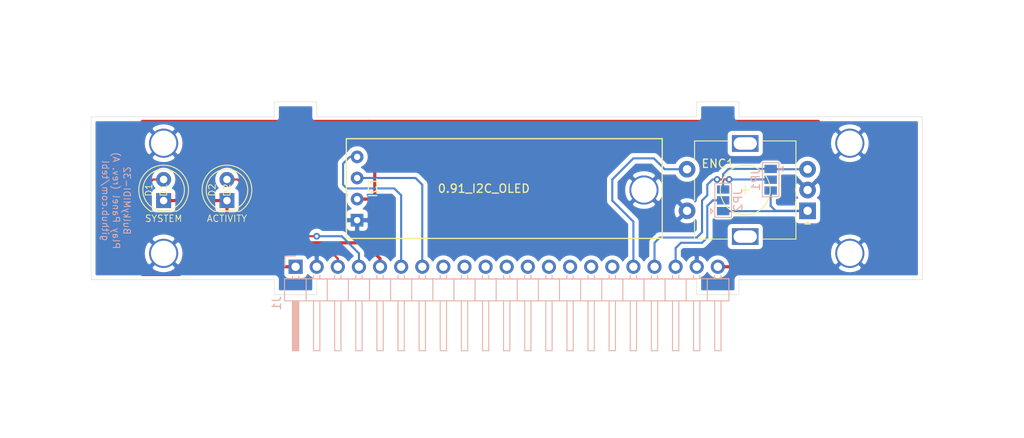
<source format=kicad_pcb>
(kicad_pcb (version 20171130) (host pcbnew "(5.1.8)-1")

  (general
    (thickness 1.6)
    (drawings 23)
    (tracks 88)
    (zones 0)
    (modules 12)
    (nets 13)
  )

  (page A4)
  (layers
    (0 F.Cu signal)
    (31 B.Cu signal)
    (32 B.Adhes user)
    (33 F.Adhes user)
    (34 B.Paste user)
    (35 F.Paste user)
    (36 B.SilkS user)
    (37 F.SilkS user)
    (38 B.Mask user)
    (39 F.Mask user)
    (40 Dwgs.User user)
    (41 Cmts.User user)
    (42 Eco1.User user)
    (43 Eco2.User user)
    (44 Edge.Cuts user)
    (45 Margin user)
    (46 B.CrtYd user)
    (47 F.CrtYd user)
    (48 B.Fab user hide)
    (49 F.Fab user)
  )

  (setup
    (last_trace_width 0.25)
    (trace_clearance 0.2)
    (zone_clearance 0.508)
    (zone_45_only no)
    (trace_min 0.2)
    (via_size 0.8)
    (via_drill 0.4)
    (via_min_size 0.4)
    (via_min_drill 0.3)
    (uvia_size 0.3)
    (uvia_drill 0.1)
    (uvias_allowed no)
    (uvia_min_size 0.2)
    (uvia_min_drill 0.1)
    (edge_width 0.05)
    (segment_width 0.2)
    (pcb_text_width 0.3)
    (pcb_text_size 1.5 1.5)
    (mod_edge_width 0.12)
    (mod_text_size 1 1)
    (mod_text_width 0.15)
    (pad_size 1.524 1.524)
    (pad_drill 0.762)
    (pad_to_mask_clearance 0)
    (aux_axis_origin 0 0)
    (grid_origin 141.09 121.579)
    (visible_elements 7FFFFFFF)
    (pcbplotparams
      (layerselection 0x011fc_ffffffff)
      (usegerberextensions true)
      (usegerberattributes false)
      (usegerberadvancedattributes false)
      (creategerberjobfile false)
      (excludeedgelayer true)
      (linewidth 0.100000)
      (plotframeref false)
      (viasonmask false)
      (mode 1)
      (useauxorigin false)
      (hpglpennumber 1)
      (hpglpenspeed 20)
      (hpglpendiameter 15.000000)
      (psnegative false)
      (psa4output false)
      (plotreference true)
      (plotvalue true)
      (plotinvisibletext false)
      (padsonsilk false)
      (subtractmaskfromsilk false)
      (outputformat 1)
      (mirror false)
      (drillshape 0)
      (scaleselection 1)
      (outputdirectory "export/"))
  )

  (net 0 "")
  (net 1 GND)
  (net 2 /ACT)
  (net 3 VCC)
  (net 4 /COM)
  (net 5 /SYS)
  (net 6 /BTN)
  (net 7 /B)
  (net 8 /A)
  (net 9 /SDA)
  (net 10 /SCL)
  (net 11 /CLK)
  (net 12 /DAT)

  (net_class Default "This is the default net class."
    (clearance 0.2)
    (trace_width 0.25)
    (via_dia 0.8)
    (via_drill 0.4)
    (uvia_dia 0.3)
    (uvia_drill 0.1)
    (add_net /A)
    (add_net /ACT)
    (add_net /B)
    (add_net /BTN)
    (add_net /CLK)
    (add_net /DAT)
    (add_net /SCL)
    (add_net /SDA)
    (add_net /SYS)
  )

  (net_class PWR ""
    (clearance 0.2)
    (trace_width 0.381)
    (via_dia 0.8)
    (via_drill 0.4)
    (uvia_dia 0.3)
    (uvia_drill 0.1)
    (add_net /COM)
    (add_net GND)
    (add_net VCC)
  )

  (module LED_THT:LED_D5.0mm locked (layer F.Cu) (tedit 5995936A) (tstamp 6282A53B)
    (at 99.815 122.849 90)
    (descr "LED, diameter 5.0mm, 2 pins, http://cdn-reichelt.de/documents/datenblatt/A500/LL-504BC2E-009.pdf")
    (tags "LED diameter 5.0mm 2 pins")
    (path /6283F232)
    (fp_text reference D1 (at 1.27 -1.778 90) (layer F.SilkS)
      (effects (font (size 0.8 0.8) (thickness 0.1)))
    )
    (fp_text value SYSTEM (at -2.159 0 180) (layer F.SilkS)
      (effects (font (size 0.8 0.8) (thickness 0.1)))
    )
    (fp_line (start 4.5 -3.25) (end -1.95 -3.25) (layer F.CrtYd) (width 0.05))
    (fp_line (start 4.5 3.25) (end 4.5 -3.25) (layer F.CrtYd) (width 0.05))
    (fp_line (start -1.95 3.25) (end 4.5 3.25) (layer F.CrtYd) (width 0.05))
    (fp_line (start -1.95 -3.25) (end -1.95 3.25) (layer F.CrtYd) (width 0.05))
    (fp_line (start -1.29 -1.545) (end -1.29 1.545) (layer F.SilkS) (width 0.12))
    (fp_line (start -1.23 -1.469694) (end -1.23 1.469694) (layer F.Fab) (width 0.1))
    (fp_circle (center 1.27 0) (end 3.77 0) (layer F.SilkS) (width 0.12))
    (fp_circle (center 1.27 0) (end 3.77 0) (layer F.Fab) (width 0.1))
    (fp_arc (start 1.27 0) (end -1.23 -1.469694) (angle 299.1) (layer F.Fab) (width 0.1))
    (fp_arc (start 1.27 0) (end -1.29 -1.54483) (angle 148.9) (layer F.SilkS) (width 0.12))
    (fp_arc (start 1.27 0) (end -1.29 1.54483) (angle -148.9) (layer F.SilkS) (width 0.12))
    (fp_text user %R (at 1.25 0 90) (layer F.SilkS)
      (effects (font (size 0.8 0.8) (thickness 0.1)))
    )
    (pad 1 thru_hole rect (at 0 0 90) (size 1.8 1.8) (drill 0.9) (layers *.Cu *.Mask)
      (net 4 /COM))
    (pad 2 thru_hole circle (at 2.54 0 90) (size 1.8 1.8) (drill 0.9) (layers *.Cu *.Mask)
      (net 5 /SYS))
    (model ${KISYS3DMOD}/LED_THT.3dshapes/LED_D5.0mm.wrl
      (at (xyz 0 0 0))
      (scale (xyz 1 1 1))
      (rotate (xyz 0 0 0))
    )
  )

  (module Connector_PinHeader_2.54mm:PinHeader_1x21_P2.54mm_Horizontal locked (layer B.Cu) (tedit 59FED5CB) (tstamp 6282A785)
    (at 115.69 130.81 270)
    (descr "Through hole angled pin header, 1x21, 2.54mm pitch, 6mm pin length, single row")
    (tags "Through hole angled pin header THT 1x21 2.54mm single row")
    (path /62825997)
    (fp_text reference J1 (at 4.385 2.27 270) (layer B.SilkS)
      (effects (font (size 1 1) (thickness 0.15)) (justify mirror))
    )
    (fp_text value Play_Panel (at 4.385 -53.07 270) (layer B.Fab)
      (effects (font (size 1 1) (thickness 0.15)) (justify mirror))
    )
    (fp_line (start 10.55 1.8) (end -1.8 1.8) (layer B.CrtYd) (width 0.05))
    (fp_line (start 10.55 -52.6) (end 10.55 1.8) (layer B.CrtYd) (width 0.05))
    (fp_line (start -1.8 -52.6) (end 10.55 -52.6) (layer B.CrtYd) (width 0.05))
    (fp_line (start -1.8 1.8) (end -1.8 -52.6) (layer B.CrtYd) (width 0.05))
    (fp_line (start -1.27 1.27) (end 0 1.27) (layer B.SilkS) (width 0.12))
    (fp_line (start -1.27 0) (end -1.27 1.27) (layer B.SilkS) (width 0.12))
    (fp_line (start 1.042929 -51.18) (end 1.44 -51.18) (layer B.SilkS) (width 0.12))
    (fp_line (start 1.042929 -50.42) (end 1.44 -50.42) (layer B.SilkS) (width 0.12))
    (fp_line (start 10.1 -51.18) (end 4.1 -51.18) (layer B.SilkS) (width 0.12))
    (fp_line (start 10.1 -50.42) (end 10.1 -51.18) (layer B.SilkS) (width 0.12))
    (fp_line (start 4.1 -50.42) (end 10.1 -50.42) (layer B.SilkS) (width 0.12))
    (fp_line (start 1.44 -49.53) (end 4.1 -49.53) (layer B.SilkS) (width 0.12))
    (fp_line (start 1.042929 -48.64) (end 1.44 -48.64) (layer B.SilkS) (width 0.12))
    (fp_line (start 1.042929 -47.88) (end 1.44 -47.88) (layer B.SilkS) (width 0.12))
    (fp_line (start 10.1 -48.64) (end 4.1 -48.64) (layer B.SilkS) (width 0.12))
    (fp_line (start 10.1 -47.88) (end 10.1 -48.64) (layer B.SilkS) (width 0.12))
    (fp_line (start 4.1 -47.88) (end 10.1 -47.88) (layer B.SilkS) (width 0.12))
    (fp_line (start 1.44 -46.99) (end 4.1 -46.99) (layer B.SilkS) (width 0.12))
    (fp_line (start 1.042929 -46.1) (end 1.44 -46.1) (layer B.SilkS) (width 0.12))
    (fp_line (start 1.042929 -45.34) (end 1.44 -45.34) (layer B.SilkS) (width 0.12))
    (fp_line (start 10.1 -46.1) (end 4.1 -46.1) (layer B.SilkS) (width 0.12))
    (fp_line (start 10.1 -45.34) (end 10.1 -46.1) (layer B.SilkS) (width 0.12))
    (fp_line (start 4.1 -45.34) (end 10.1 -45.34) (layer B.SilkS) (width 0.12))
    (fp_line (start 1.44 -44.45) (end 4.1 -44.45) (layer B.SilkS) (width 0.12))
    (fp_line (start 1.042929 -43.56) (end 1.44 -43.56) (layer B.SilkS) (width 0.12))
    (fp_line (start 1.042929 -42.8) (end 1.44 -42.8) (layer B.SilkS) (width 0.12))
    (fp_line (start 10.1 -43.56) (end 4.1 -43.56) (layer B.SilkS) (width 0.12))
    (fp_line (start 10.1 -42.8) (end 10.1 -43.56) (layer B.SilkS) (width 0.12))
    (fp_line (start 4.1 -42.8) (end 10.1 -42.8) (layer B.SilkS) (width 0.12))
    (fp_line (start 1.44 -41.91) (end 4.1 -41.91) (layer B.SilkS) (width 0.12))
    (fp_line (start 1.042929 -41.02) (end 1.44 -41.02) (layer B.SilkS) (width 0.12))
    (fp_line (start 1.042929 -40.26) (end 1.44 -40.26) (layer B.SilkS) (width 0.12))
    (fp_line (start 10.1 -41.02) (end 4.1 -41.02) (layer B.SilkS) (width 0.12))
    (fp_line (start 10.1 -40.26) (end 10.1 -41.02) (layer B.SilkS) (width 0.12))
    (fp_line (start 4.1 -40.26) (end 10.1 -40.26) (layer B.SilkS) (width 0.12))
    (fp_line (start 1.44 -39.37) (end 4.1 -39.37) (layer B.SilkS) (width 0.12))
    (fp_line (start 1.042929 -38.48) (end 1.44 -38.48) (layer B.SilkS) (width 0.12))
    (fp_line (start 1.042929 -37.72) (end 1.44 -37.72) (layer B.SilkS) (width 0.12))
    (fp_line (start 10.1 -38.48) (end 4.1 -38.48) (layer B.SilkS) (width 0.12))
    (fp_line (start 10.1 -37.72) (end 10.1 -38.48) (layer B.SilkS) (width 0.12))
    (fp_line (start 4.1 -37.72) (end 10.1 -37.72) (layer B.SilkS) (width 0.12))
    (fp_line (start 1.44 -36.83) (end 4.1 -36.83) (layer B.SilkS) (width 0.12))
    (fp_line (start 1.042929 -35.94) (end 1.44 -35.94) (layer B.SilkS) (width 0.12))
    (fp_line (start 1.042929 -35.18) (end 1.44 -35.18) (layer B.SilkS) (width 0.12))
    (fp_line (start 10.1 -35.94) (end 4.1 -35.94) (layer B.SilkS) (width 0.12))
    (fp_line (start 10.1 -35.18) (end 10.1 -35.94) (layer B.SilkS) (width 0.12))
    (fp_line (start 4.1 -35.18) (end 10.1 -35.18) (layer B.SilkS) (width 0.12))
    (fp_line (start 1.44 -34.29) (end 4.1 -34.29) (layer B.SilkS) (width 0.12))
    (fp_line (start 1.042929 -33.4) (end 1.44 -33.4) (layer B.SilkS) (width 0.12))
    (fp_line (start 1.042929 -32.64) (end 1.44 -32.64) (layer B.SilkS) (width 0.12))
    (fp_line (start 10.1 -33.4) (end 4.1 -33.4) (layer B.SilkS) (width 0.12))
    (fp_line (start 10.1 -32.64) (end 10.1 -33.4) (layer B.SilkS) (width 0.12))
    (fp_line (start 4.1 -32.64) (end 10.1 -32.64) (layer B.SilkS) (width 0.12))
    (fp_line (start 1.44 -31.75) (end 4.1 -31.75) (layer B.SilkS) (width 0.12))
    (fp_line (start 1.042929 -30.86) (end 1.44 -30.86) (layer B.SilkS) (width 0.12))
    (fp_line (start 1.042929 -30.1) (end 1.44 -30.1) (layer B.SilkS) (width 0.12))
    (fp_line (start 10.1 -30.86) (end 4.1 -30.86) (layer B.SilkS) (width 0.12))
    (fp_line (start 10.1 -30.1) (end 10.1 -30.86) (layer B.SilkS) (width 0.12))
    (fp_line (start 4.1 -30.1) (end 10.1 -30.1) (layer B.SilkS) (width 0.12))
    (fp_line (start 1.44 -29.21) (end 4.1 -29.21) (layer B.SilkS) (width 0.12))
    (fp_line (start 1.042929 -28.32) (end 1.44 -28.32) (layer B.SilkS) (width 0.12))
    (fp_line (start 1.042929 -27.56) (end 1.44 -27.56) (layer B.SilkS) (width 0.12))
    (fp_line (start 10.1 -28.32) (end 4.1 -28.32) (layer B.SilkS) (width 0.12))
    (fp_line (start 10.1 -27.56) (end 10.1 -28.32) (layer B.SilkS) (width 0.12))
    (fp_line (start 4.1 -27.56) (end 10.1 -27.56) (layer B.SilkS) (width 0.12))
    (fp_line (start 1.44 -26.67) (end 4.1 -26.67) (layer B.SilkS) (width 0.12))
    (fp_line (start 1.042929 -25.78) (end 1.44 -25.78) (layer B.SilkS) (width 0.12))
    (fp_line (start 1.042929 -25.02) (end 1.44 -25.02) (layer B.SilkS) (width 0.12))
    (fp_line (start 10.1 -25.78) (end 4.1 -25.78) (layer B.SilkS) (width 0.12))
    (fp_line (start 10.1 -25.02) (end 10.1 -25.78) (layer B.SilkS) (width 0.12))
    (fp_line (start 4.1 -25.02) (end 10.1 -25.02) (layer B.SilkS) (width 0.12))
    (fp_line (start 1.44 -24.13) (end 4.1 -24.13) (layer B.SilkS) (width 0.12))
    (fp_line (start 1.042929 -23.24) (end 1.44 -23.24) (layer B.SilkS) (width 0.12))
    (fp_line (start 1.042929 -22.48) (end 1.44 -22.48) (layer B.SilkS) (width 0.12))
    (fp_line (start 10.1 -23.24) (end 4.1 -23.24) (layer B.SilkS) (width 0.12))
    (fp_line (start 10.1 -22.48) (end 10.1 -23.24) (layer B.SilkS) (width 0.12))
    (fp_line (start 4.1 -22.48) (end 10.1 -22.48) (layer B.SilkS) (width 0.12))
    (fp_line (start 1.44 -21.59) (end 4.1 -21.59) (layer B.SilkS) (width 0.12))
    (fp_line (start 1.042929 -20.7) (end 1.44 -20.7) (layer B.SilkS) (width 0.12))
    (fp_line (start 1.042929 -19.94) (end 1.44 -19.94) (layer B.SilkS) (width 0.12))
    (fp_line (start 10.1 -20.7) (end 4.1 -20.7) (layer B.SilkS) (width 0.12))
    (fp_line (start 10.1 -19.94) (end 10.1 -20.7) (layer B.SilkS) (width 0.12))
    (fp_line (start 4.1 -19.94) (end 10.1 -19.94) (layer B.SilkS) (width 0.12))
    (fp_line (start 1.44 -19.05) (end 4.1 -19.05) (layer B.SilkS) (width 0.12))
    (fp_line (start 1.042929 -18.16) (end 1.44 -18.16) (layer B.SilkS) (width 0.12))
    (fp_line (start 1.042929 -17.4) (end 1.44 -17.4) (layer B.SilkS) (width 0.12))
    (fp_line (start 10.1 -18.16) (end 4.1 -18.16) (layer B.SilkS) (width 0.12))
    (fp_line (start 10.1 -17.4) (end 10.1 -18.16) (layer B.SilkS) (width 0.12))
    (fp_line (start 4.1 -17.4) (end 10.1 -17.4) (layer B.SilkS) (width 0.12))
    (fp_line (start 1.44 -16.51) (end 4.1 -16.51) (layer B.SilkS) (width 0.12))
    (fp_line (start 1.042929 -15.62) (end 1.44 -15.62) (layer B.SilkS) (width 0.12))
    (fp_line (start 1.042929 -14.86) (end 1.44 -14.86) (layer B.SilkS) (width 0.12))
    (fp_line (start 10.1 -15.62) (end 4.1 -15.62) (layer B.SilkS) (width 0.12))
    (fp_line (start 10.1 -14.86) (end 10.1 -15.62) (layer B.SilkS) (width 0.12))
    (fp_line (start 4.1 -14.86) (end 10.1 -14.86) (layer B.SilkS) (width 0.12))
    (fp_line (start 1.44 -13.97) (end 4.1 -13.97) (layer B.SilkS) (width 0.12))
    (fp_line (start 1.042929 -13.08) (end 1.44 -13.08) (layer B.SilkS) (width 0.12))
    (fp_line (start 1.042929 -12.32) (end 1.44 -12.32) (layer B.SilkS) (width 0.12))
    (fp_line (start 10.1 -13.08) (end 4.1 -13.08) (layer B.SilkS) (width 0.12))
    (fp_line (start 10.1 -12.32) (end 10.1 -13.08) (layer B.SilkS) (width 0.12))
    (fp_line (start 4.1 -12.32) (end 10.1 -12.32) (layer B.SilkS) (width 0.12))
    (fp_line (start 1.44 -11.43) (end 4.1 -11.43) (layer B.SilkS) (width 0.12))
    (fp_line (start 1.042929 -10.54) (end 1.44 -10.54) (layer B.SilkS) (width 0.12))
    (fp_line (start 1.042929 -9.78) (end 1.44 -9.78) (layer B.SilkS) (width 0.12))
    (fp_line (start 10.1 -10.54) (end 4.1 -10.54) (layer B.SilkS) (width 0.12))
    (fp_line (start 10.1 -9.78) (end 10.1 -10.54) (layer B.SilkS) (width 0.12))
    (fp_line (start 4.1 -9.78) (end 10.1 -9.78) (layer B.SilkS) (width 0.12))
    (fp_line (start 1.44 -8.89) (end 4.1 -8.89) (layer B.SilkS) (width 0.12))
    (fp_line (start 1.042929 -8) (end 1.44 -8) (layer B.SilkS) (width 0.12))
    (fp_line (start 1.042929 -7.24) (end 1.44 -7.24) (layer B.SilkS) (width 0.12))
    (fp_line (start 10.1 -8) (end 4.1 -8) (layer B.SilkS) (width 0.12))
    (fp_line (start 10.1 -7.24) (end 10.1 -8) (layer B.SilkS) (width 0.12))
    (fp_line (start 4.1 -7.24) (end 10.1 -7.24) (layer B.SilkS) (width 0.12))
    (fp_line (start 1.44 -6.35) (end 4.1 -6.35) (layer B.SilkS) (width 0.12))
    (fp_line (start 1.042929 -5.46) (end 1.44 -5.46) (layer B.SilkS) (width 0.12))
    (fp_line (start 1.042929 -4.7) (end 1.44 -4.7) (layer B.SilkS) (width 0.12))
    (fp_line (start 10.1 -5.46) (end 4.1 -5.46) (layer B.SilkS) (width 0.12))
    (fp_line (start 10.1 -4.7) (end 10.1 -5.46) (layer B.SilkS) (width 0.12))
    (fp_line (start 4.1 -4.7) (end 10.1 -4.7) (layer B.SilkS) (width 0.12))
    (fp_line (start 1.44 -3.81) (end 4.1 -3.81) (layer B.SilkS) (width 0.12))
    (fp_line (start 1.042929 -2.92) (end 1.44 -2.92) (layer B.SilkS) (width 0.12))
    (fp_line (start 1.042929 -2.16) (end 1.44 -2.16) (layer B.SilkS) (width 0.12))
    (fp_line (start 10.1 -2.92) (end 4.1 -2.92) (layer B.SilkS) (width 0.12))
    (fp_line (start 10.1 -2.16) (end 10.1 -2.92) (layer B.SilkS) (width 0.12))
    (fp_line (start 4.1 -2.16) (end 10.1 -2.16) (layer B.SilkS) (width 0.12))
    (fp_line (start 1.44 -1.27) (end 4.1 -1.27) (layer B.SilkS) (width 0.12))
    (fp_line (start 1.11 -0.38) (end 1.44 -0.38) (layer B.SilkS) (width 0.12))
    (fp_line (start 1.11 0.38) (end 1.44 0.38) (layer B.SilkS) (width 0.12))
    (fp_line (start 4.1 -0.28) (end 10.1 -0.28) (layer B.SilkS) (width 0.12))
    (fp_line (start 4.1 -0.16) (end 10.1 -0.16) (layer B.SilkS) (width 0.12))
    (fp_line (start 4.1 -0.04) (end 10.1 -0.04) (layer B.SilkS) (width 0.12))
    (fp_line (start 4.1 0.08) (end 10.1 0.08) (layer B.SilkS) (width 0.12))
    (fp_line (start 4.1 0.2) (end 10.1 0.2) (layer B.SilkS) (width 0.12))
    (fp_line (start 4.1 0.32) (end 10.1 0.32) (layer B.SilkS) (width 0.12))
    (fp_line (start 10.1 -0.38) (end 4.1 -0.38) (layer B.SilkS) (width 0.12))
    (fp_line (start 10.1 0.38) (end 10.1 -0.38) (layer B.SilkS) (width 0.12))
    (fp_line (start 4.1 0.38) (end 10.1 0.38) (layer B.SilkS) (width 0.12))
    (fp_line (start 4.1 1.33) (end 1.44 1.33) (layer B.SilkS) (width 0.12))
    (fp_line (start 4.1 -52.13) (end 4.1 1.33) (layer B.SilkS) (width 0.12))
    (fp_line (start 1.44 -52.13) (end 4.1 -52.13) (layer B.SilkS) (width 0.12))
    (fp_line (start 1.44 1.33) (end 1.44 -52.13) (layer B.SilkS) (width 0.12))
    (fp_line (start 4.04 -51.12) (end 10.04 -51.12) (layer B.Fab) (width 0.1))
    (fp_line (start 10.04 -50.48) (end 10.04 -51.12) (layer B.Fab) (width 0.1))
    (fp_line (start 4.04 -50.48) (end 10.04 -50.48) (layer B.Fab) (width 0.1))
    (fp_line (start -0.32 -51.12) (end 1.5 -51.12) (layer B.Fab) (width 0.1))
    (fp_line (start -0.32 -50.48) (end -0.32 -51.12) (layer B.Fab) (width 0.1))
    (fp_line (start -0.32 -50.48) (end 1.5 -50.48) (layer B.Fab) (width 0.1))
    (fp_line (start 4.04 -48.58) (end 10.04 -48.58) (layer B.Fab) (width 0.1))
    (fp_line (start 10.04 -47.94) (end 10.04 -48.58) (layer B.Fab) (width 0.1))
    (fp_line (start 4.04 -47.94) (end 10.04 -47.94) (layer B.Fab) (width 0.1))
    (fp_line (start -0.32 -48.58) (end 1.5 -48.58) (layer B.Fab) (width 0.1))
    (fp_line (start -0.32 -47.94) (end -0.32 -48.58) (layer B.Fab) (width 0.1))
    (fp_line (start -0.32 -47.94) (end 1.5 -47.94) (layer B.Fab) (width 0.1))
    (fp_line (start 4.04 -46.04) (end 10.04 -46.04) (layer B.Fab) (width 0.1))
    (fp_line (start 10.04 -45.4) (end 10.04 -46.04) (layer B.Fab) (width 0.1))
    (fp_line (start 4.04 -45.4) (end 10.04 -45.4) (layer B.Fab) (width 0.1))
    (fp_line (start -0.32 -46.04) (end 1.5 -46.04) (layer B.Fab) (width 0.1))
    (fp_line (start -0.32 -45.4) (end -0.32 -46.04) (layer B.Fab) (width 0.1))
    (fp_line (start -0.32 -45.4) (end 1.5 -45.4) (layer B.Fab) (width 0.1))
    (fp_line (start 4.04 -43.5) (end 10.04 -43.5) (layer B.Fab) (width 0.1))
    (fp_line (start 10.04 -42.86) (end 10.04 -43.5) (layer B.Fab) (width 0.1))
    (fp_line (start 4.04 -42.86) (end 10.04 -42.86) (layer B.Fab) (width 0.1))
    (fp_line (start -0.32 -43.5) (end 1.5 -43.5) (layer B.Fab) (width 0.1))
    (fp_line (start -0.32 -42.86) (end -0.32 -43.5) (layer B.Fab) (width 0.1))
    (fp_line (start -0.32 -42.86) (end 1.5 -42.86) (layer B.Fab) (width 0.1))
    (fp_line (start 4.04 -40.96) (end 10.04 -40.96) (layer B.Fab) (width 0.1))
    (fp_line (start 10.04 -40.32) (end 10.04 -40.96) (layer B.Fab) (width 0.1))
    (fp_line (start 4.04 -40.32) (end 10.04 -40.32) (layer B.Fab) (width 0.1))
    (fp_line (start -0.32 -40.96) (end 1.5 -40.96) (layer B.Fab) (width 0.1))
    (fp_line (start -0.32 -40.32) (end -0.32 -40.96) (layer B.Fab) (width 0.1))
    (fp_line (start -0.32 -40.32) (end 1.5 -40.32) (layer B.Fab) (width 0.1))
    (fp_line (start 4.04 -38.42) (end 10.04 -38.42) (layer B.Fab) (width 0.1))
    (fp_line (start 10.04 -37.78) (end 10.04 -38.42) (layer B.Fab) (width 0.1))
    (fp_line (start 4.04 -37.78) (end 10.04 -37.78) (layer B.Fab) (width 0.1))
    (fp_line (start -0.32 -38.42) (end 1.5 -38.42) (layer B.Fab) (width 0.1))
    (fp_line (start -0.32 -37.78) (end -0.32 -38.42) (layer B.Fab) (width 0.1))
    (fp_line (start -0.32 -37.78) (end 1.5 -37.78) (layer B.Fab) (width 0.1))
    (fp_line (start 4.04 -35.88) (end 10.04 -35.88) (layer B.Fab) (width 0.1))
    (fp_line (start 10.04 -35.24) (end 10.04 -35.88) (layer B.Fab) (width 0.1))
    (fp_line (start 4.04 -35.24) (end 10.04 -35.24) (layer B.Fab) (width 0.1))
    (fp_line (start -0.32 -35.88) (end 1.5 -35.88) (layer B.Fab) (width 0.1))
    (fp_line (start -0.32 -35.24) (end -0.32 -35.88) (layer B.Fab) (width 0.1))
    (fp_line (start -0.32 -35.24) (end 1.5 -35.24) (layer B.Fab) (width 0.1))
    (fp_line (start 4.04 -33.34) (end 10.04 -33.34) (layer B.Fab) (width 0.1))
    (fp_line (start 10.04 -32.7) (end 10.04 -33.34) (layer B.Fab) (width 0.1))
    (fp_line (start 4.04 -32.7) (end 10.04 -32.7) (layer B.Fab) (width 0.1))
    (fp_line (start -0.32 -33.34) (end 1.5 -33.34) (layer B.Fab) (width 0.1))
    (fp_line (start -0.32 -32.7) (end -0.32 -33.34) (layer B.Fab) (width 0.1))
    (fp_line (start -0.32 -32.7) (end 1.5 -32.7) (layer B.Fab) (width 0.1))
    (fp_line (start 4.04 -30.8) (end 10.04 -30.8) (layer B.Fab) (width 0.1))
    (fp_line (start 10.04 -30.16) (end 10.04 -30.8) (layer B.Fab) (width 0.1))
    (fp_line (start 4.04 -30.16) (end 10.04 -30.16) (layer B.Fab) (width 0.1))
    (fp_line (start -0.32 -30.8) (end 1.5 -30.8) (layer B.Fab) (width 0.1))
    (fp_line (start -0.32 -30.16) (end -0.32 -30.8) (layer B.Fab) (width 0.1))
    (fp_line (start -0.32 -30.16) (end 1.5 -30.16) (layer B.Fab) (width 0.1))
    (fp_line (start 4.04 -28.26) (end 10.04 -28.26) (layer B.Fab) (width 0.1))
    (fp_line (start 10.04 -27.62) (end 10.04 -28.26) (layer B.Fab) (width 0.1))
    (fp_line (start 4.04 -27.62) (end 10.04 -27.62) (layer B.Fab) (width 0.1))
    (fp_line (start -0.32 -28.26) (end 1.5 -28.26) (layer B.Fab) (width 0.1))
    (fp_line (start -0.32 -27.62) (end -0.32 -28.26) (layer B.Fab) (width 0.1))
    (fp_line (start -0.32 -27.62) (end 1.5 -27.62) (layer B.Fab) (width 0.1))
    (fp_line (start 4.04 -25.72) (end 10.04 -25.72) (layer B.Fab) (width 0.1))
    (fp_line (start 10.04 -25.08) (end 10.04 -25.72) (layer B.Fab) (width 0.1))
    (fp_line (start 4.04 -25.08) (end 10.04 -25.08) (layer B.Fab) (width 0.1))
    (fp_line (start -0.32 -25.72) (end 1.5 -25.72) (layer B.Fab) (width 0.1))
    (fp_line (start -0.32 -25.08) (end -0.32 -25.72) (layer B.Fab) (width 0.1))
    (fp_line (start -0.32 -25.08) (end 1.5 -25.08) (layer B.Fab) (width 0.1))
    (fp_line (start 4.04 -23.18) (end 10.04 -23.18) (layer B.Fab) (width 0.1))
    (fp_line (start 10.04 -22.54) (end 10.04 -23.18) (layer B.Fab) (width 0.1))
    (fp_line (start 4.04 -22.54) (end 10.04 -22.54) (layer B.Fab) (width 0.1))
    (fp_line (start -0.32 -23.18) (end 1.5 -23.18) (layer B.Fab) (width 0.1))
    (fp_line (start -0.32 -22.54) (end -0.32 -23.18) (layer B.Fab) (width 0.1))
    (fp_line (start -0.32 -22.54) (end 1.5 -22.54) (layer B.Fab) (width 0.1))
    (fp_line (start 4.04 -20.64) (end 10.04 -20.64) (layer B.Fab) (width 0.1))
    (fp_line (start 10.04 -20) (end 10.04 -20.64) (layer B.Fab) (width 0.1))
    (fp_line (start 4.04 -20) (end 10.04 -20) (layer B.Fab) (width 0.1))
    (fp_line (start -0.32 -20.64) (end 1.5 -20.64) (layer B.Fab) (width 0.1))
    (fp_line (start -0.32 -20) (end -0.32 -20.64) (layer B.Fab) (width 0.1))
    (fp_line (start -0.32 -20) (end 1.5 -20) (layer B.Fab) (width 0.1))
    (fp_line (start 4.04 -18.1) (end 10.04 -18.1) (layer B.Fab) (width 0.1))
    (fp_line (start 10.04 -17.46) (end 10.04 -18.1) (layer B.Fab) (width 0.1))
    (fp_line (start 4.04 -17.46) (end 10.04 -17.46) (layer B.Fab) (width 0.1))
    (fp_line (start -0.32 -18.1) (end 1.5 -18.1) (layer B.Fab) (width 0.1))
    (fp_line (start -0.32 -17.46) (end -0.32 -18.1) (layer B.Fab) (width 0.1))
    (fp_line (start -0.32 -17.46) (end 1.5 -17.46) (layer B.Fab) (width 0.1))
    (fp_line (start 4.04 -15.56) (end 10.04 -15.56) (layer B.Fab) (width 0.1))
    (fp_line (start 10.04 -14.92) (end 10.04 -15.56) (layer B.Fab) (width 0.1))
    (fp_line (start 4.04 -14.92) (end 10.04 -14.92) (layer B.Fab) (width 0.1))
    (fp_line (start -0.32 -15.56) (end 1.5 -15.56) (layer B.Fab) (width 0.1))
    (fp_line (start -0.32 -14.92) (end -0.32 -15.56) (layer B.Fab) (width 0.1))
    (fp_line (start -0.32 -14.92) (end 1.5 -14.92) (layer B.Fab) (width 0.1))
    (fp_line (start 4.04 -13.02) (end 10.04 -13.02) (layer B.Fab) (width 0.1))
    (fp_line (start 10.04 -12.38) (end 10.04 -13.02) (layer B.Fab) (width 0.1))
    (fp_line (start 4.04 -12.38) (end 10.04 -12.38) (layer B.Fab) (width 0.1))
    (fp_line (start -0.32 -13.02) (end 1.5 -13.02) (layer B.Fab) (width 0.1))
    (fp_line (start -0.32 -12.38) (end -0.32 -13.02) (layer B.Fab) (width 0.1))
    (fp_line (start -0.32 -12.38) (end 1.5 -12.38) (layer B.Fab) (width 0.1))
    (fp_line (start 4.04 -10.48) (end 10.04 -10.48) (layer B.Fab) (width 0.1))
    (fp_line (start 10.04 -9.84) (end 10.04 -10.48) (layer B.Fab) (width 0.1))
    (fp_line (start 4.04 -9.84) (end 10.04 -9.84) (layer B.Fab) (width 0.1))
    (fp_line (start -0.32 -10.48) (end 1.5 -10.48) (layer B.Fab) (width 0.1))
    (fp_line (start -0.32 -9.84) (end -0.32 -10.48) (layer B.Fab) (width 0.1))
    (fp_line (start -0.32 -9.84) (end 1.5 -9.84) (layer B.Fab) (width 0.1))
    (fp_line (start 4.04 -7.94) (end 10.04 -7.94) (layer B.Fab) (width 0.1))
    (fp_line (start 10.04 -7.3) (end 10.04 -7.94) (layer B.Fab) (width 0.1))
    (fp_line (start 4.04 -7.3) (end 10.04 -7.3) (layer B.Fab) (width 0.1))
    (fp_line (start -0.32 -7.94) (end 1.5 -7.94) (layer B.Fab) (width 0.1))
    (fp_line (start -0.32 -7.3) (end -0.32 -7.94) (layer B.Fab) (width 0.1))
    (fp_line (start -0.32 -7.3) (end 1.5 -7.3) (layer B.Fab) (width 0.1))
    (fp_line (start 4.04 -5.4) (end 10.04 -5.4) (layer B.Fab) (width 0.1))
    (fp_line (start 10.04 -4.76) (end 10.04 -5.4) (layer B.Fab) (width 0.1))
    (fp_line (start 4.04 -4.76) (end 10.04 -4.76) (layer B.Fab) (width 0.1))
    (fp_line (start -0.32 -5.4) (end 1.5 -5.4) (layer B.Fab) (width 0.1))
    (fp_line (start -0.32 -4.76) (end -0.32 -5.4) (layer B.Fab) (width 0.1))
    (fp_line (start -0.32 -4.76) (end 1.5 -4.76) (layer B.Fab) (width 0.1))
    (fp_line (start 4.04 -2.86) (end 10.04 -2.86) (layer B.Fab) (width 0.1))
    (fp_line (start 10.04 -2.22) (end 10.04 -2.86) (layer B.Fab) (width 0.1))
    (fp_line (start 4.04 -2.22) (end 10.04 -2.22) (layer B.Fab) (width 0.1))
    (fp_line (start -0.32 -2.86) (end 1.5 -2.86) (layer B.Fab) (width 0.1))
    (fp_line (start -0.32 -2.22) (end -0.32 -2.86) (layer B.Fab) (width 0.1))
    (fp_line (start -0.32 -2.22) (end 1.5 -2.22) (layer B.Fab) (width 0.1))
    (fp_line (start 4.04 -0.32) (end 10.04 -0.32) (layer B.Fab) (width 0.1))
    (fp_line (start 10.04 0.32) (end 10.04 -0.32) (layer B.Fab) (width 0.1))
    (fp_line (start 4.04 0.32) (end 10.04 0.32) (layer B.Fab) (width 0.1))
    (fp_line (start -0.32 -0.32) (end 1.5 -0.32) (layer B.Fab) (width 0.1))
    (fp_line (start -0.32 0.32) (end -0.32 -0.32) (layer B.Fab) (width 0.1))
    (fp_line (start -0.32 0.32) (end 1.5 0.32) (layer B.Fab) (width 0.1))
    (fp_line (start 1.5 0.635) (end 2.135 1.27) (layer B.Fab) (width 0.1))
    (fp_line (start 1.5 -52.07) (end 1.5 0.635) (layer B.Fab) (width 0.1))
    (fp_line (start 4.04 -52.07) (end 1.5 -52.07) (layer B.Fab) (width 0.1))
    (fp_line (start 4.04 1.27) (end 4.04 -52.07) (layer B.Fab) (width 0.1))
    (fp_line (start 2.135 1.27) (end 4.04 1.27) (layer B.Fab) (width 0.1))
    (fp_text user %R (at 2.77 -25.4) (layer B.Fab)
      (effects (font (size 1 1) (thickness 0.15)) (justify mirror))
    )
    (pad 1 thru_hole rect (at 0 0 270) (size 1.7 1.7) (drill 1) (layers *.Cu *.Mask)
      (net 3 VCC))
    (pad 2 thru_hole oval (at 0 -2.54 270) (size 1.7 1.7) (drill 1) (layers *.Cu *.Mask)
      (net 1 GND))
    (pad 3 thru_hole oval (at 0 -5.08 270) (size 1.7 1.7) (drill 1) (layers *.Cu *.Mask)
      (net 5 /SYS))
    (pad 4 thru_hole oval (at 0 -7.62 270) (size 1.7 1.7) (drill 1) (layers *.Cu *.Mask)
      (net 2 /ACT))
    (pad 5 thru_hole oval (at 0 -10.16 270) (size 1.7 1.7) (drill 1) (layers *.Cu *.Mask)
      (net 4 /COM))
    (pad 6 thru_hole oval (at 0 -12.7 270) (size 1.7 1.7) (drill 1) (layers *.Cu *.Mask)
      (net 9 /SDA))
    (pad 7 thru_hole oval (at 0 -15.24 270) (size 1.7 1.7) (drill 1) (layers *.Cu *.Mask)
      (net 10 /SCL))
    (pad 8 thru_hole oval (at 0 -17.78 270) (size 1.7 1.7) (drill 1) (layers *.Cu *.Mask))
    (pad 9 thru_hole oval (at 0 -20.32 270) (size 1.7 1.7) (drill 1) (layers *.Cu *.Mask))
    (pad 10 thru_hole oval (at 0 -22.86 270) (size 1.7 1.7) (drill 1) (layers *.Cu *.Mask))
    (pad 11 thru_hole oval (at 0 -25.4 270) (size 1.7 1.7) (drill 1) (layers *.Cu *.Mask))
    (pad 12 thru_hole oval (at 0 -27.94 270) (size 1.7 1.7) (drill 1) (layers *.Cu *.Mask))
    (pad 13 thru_hole oval (at 0 -30.48 270) (size 1.7 1.7) (drill 1) (layers *.Cu *.Mask))
    (pad 14 thru_hole oval (at 0 -33.02 270) (size 1.7 1.7) (drill 1) (layers *.Cu *.Mask))
    (pad 15 thru_hole oval (at 0 -35.56 270) (size 1.7 1.7) (drill 1) (layers *.Cu *.Mask))
    (pad 16 thru_hole oval (at 0 -38.1 270) (size 1.7 1.7) (drill 1) (layers *.Cu *.Mask))
    (pad 17 thru_hole oval (at 0 -40.64 270) (size 1.7 1.7) (drill 1) (layers *.Cu *.Mask)
      (net 6 /BTN))
    (pad 18 thru_hole oval (at 0 -43.18 270) (size 1.7 1.7) (drill 1) (layers *.Cu *.Mask)
      (net 11 /CLK))
    (pad 19 thru_hole oval (at 0 -45.72 270) (size 1.7 1.7) (drill 1) (layers *.Cu *.Mask)
      (net 12 /DAT))
    (pad 20 thru_hole oval (at 0 -48.26 270) (size 1.7 1.7) (drill 1) (layers *.Cu *.Mask)
      (net 1 GND))
    (pad 21 thru_hole oval (at 0 -50.8 270) (size 1.7 1.7) (drill 1) (layers *.Cu *.Mask)
      (net 3 VCC))
    (model ${KISYS3DMOD}/Connector_PinHeader_2.54mm.3dshapes/PinHeader_1x21_P2.54mm_Horizontal.wrl
      (at (xyz 0 0 0))
      (scale (xyz 1 1 1))
      (rotate (xyz 0 0 0))
    )
  )

  (module mounting:M3_pin (layer F.Cu) (tedit 5F76331A) (tstamp 6282A424)
    (at 99.815 129.199)
    (descr "module 1 pin (ou trou mecanique de percage)")
    (tags DEV)
    (path /6282631C)
    (fp_text reference M1 (at 3.048 0) (layer F.Fab) hide
      (effects (font (size 1 1) (thickness 0.15)))
    )
    (fp_text value Mounting_Pin (at 0 3) (layer F.Fab) hide
      (effects (font (size 1 1) (thickness 0.15)))
    )
    (fp_circle (center 0 0) (end 2 0.8) (layer F.Fab) (width 0.1))
    (fp_circle (center 0 0) (end 2.6 0) (layer F.CrtYd) (width 0.05))
    (pad 1 thru_hole circle (at 0 0) (size 3.5 3.5) (drill 3.048) (layers *.Cu *.Mask)
      (net 1 GND) (solder_mask_margin 0.8))
  )

  (module mounting:M3_pin (layer F.Cu) (tedit 5F76331A) (tstamp 6282A42B)
    (at 182.365 129.199)
    (descr "module 1 pin (ou trou mecanique de percage)")
    (tags DEV)
    (path /62826824)
    (fp_text reference M2 (at 0 -3.048) (layer F.Fab) hide
      (effects (font (size 1 1) (thickness 0.15)))
    )
    (fp_text value Mounting_Pin (at 0 3) (layer F.Fab) hide
      (effects (font (size 1 1) (thickness 0.15)))
    )
    (fp_circle (center 0 0) (end 2.6 0) (layer F.CrtYd) (width 0.05))
    (fp_circle (center 0 0) (end 2 0.8) (layer F.Fab) (width 0.1))
    (pad 1 thru_hole circle (at 0 0) (size 3.5 3.5) (drill 3.048) (layers *.Cu *.Mask)
      (net 1 GND) (solder_mask_margin 0.8))
  )

  (module mounting:M3_pin (layer F.Cu) (tedit 5F76331A) (tstamp 6282A432)
    (at 182.365 115.949)
    (descr "module 1 pin (ou trou mecanique de percage)")
    (tags DEV)
    (path /62826D8F)
    (fp_text reference M3 (at 0 -3.048) (layer F.Fab) hide
      (effects (font (size 1 1) (thickness 0.15)))
    )
    (fp_text value Mounting_Pin (at 0 3) (layer F.Fab) hide
      (effects (font (size 1 1) (thickness 0.15)))
    )
    (fp_circle (center 0 0) (end 2 0.8) (layer F.Fab) (width 0.1))
    (fp_circle (center 0 0) (end 2.6 0) (layer F.CrtYd) (width 0.05))
    (pad 1 thru_hole circle (at 0 0) (size 3.5 3.5) (drill 3.048) (layers *.Cu *.Mask)
      (net 1 GND) (solder_mask_margin 0.8))
  )

  (module mounting:M3_pin (layer F.Cu) (tedit 5F76331A) (tstamp 6282A439)
    (at 99.815 115.949)
    (descr "module 1 pin (ou trou mecanique de percage)")
    (tags DEV)
    (path /62827110)
    (fp_text reference M4 (at 0 -3.048) (layer F.Fab) hide
      (effects (font (size 1 1) (thickness 0.15)))
    )
    (fp_text value Mounting_Pin (at 0 3) (layer F.Fab) hide
      (effects (font (size 1 1) (thickness 0.15)))
    )
    (fp_circle (center 0 0) (end 2.6 0) (layer F.CrtYd) (width 0.05))
    (fp_circle (center 0 0) (end 2 0.8) (layer F.Fab) (width 0.1))
    (pad 1 thru_hole circle (at 0 0) (size 3.5 3.5) (drill 3.048) (layers *.Cu *.Mask)
      (net 1 GND) (solder_mask_margin 0.8))
  )

  (module LED_THT:LED_D5.0mm (layer F.Cu) (tedit 5995936A) (tstamp 628EBC0D)
    (at 107.435 122.849 90)
    (descr "LED, diameter 5.0mm, 2 pins, http://cdn-reichelt.de/documents/datenblatt/A500/LL-504BC2E-009.pdf")
    (tags "LED diameter 5.0mm 2 pins")
    (path /62901D33)
    (fp_text reference D2 (at 1.27 -1.778 90) (layer F.SilkS)
      (effects (font (size 0.8 0.8) (thickness 0.1)))
    )
    (fp_text value ACTIVITY (at -2.159 0 180) (layer F.SilkS)
      (effects (font (size 0.8 0.8) (thickness 0.1)))
    )
    (fp_circle (center 1.27 0) (end 3.77 0) (layer F.Fab) (width 0.1))
    (fp_circle (center 1.27 0) (end 3.77 0) (layer F.SilkS) (width 0.12))
    (fp_line (start -1.23 -1.469694) (end -1.23 1.469694) (layer F.Fab) (width 0.1))
    (fp_line (start -1.29 -1.545) (end -1.29 1.545) (layer F.SilkS) (width 0.12))
    (fp_line (start -1.95 -3.25) (end -1.95 3.25) (layer F.CrtYd) (width 0.05))
    (fp_line (start -1.95 3.25) (end 4.5 3.25) (layer F.CrtYd) (width 0.05))
    (fp_line (start 4.5 3.25) (end 4.5 -3.25) (layer F.CrtYd) (width 0.05))
    (fp_line (start 4.5 -3.25) (end -1.95 -3.25) (layer F.CrtYd) (width 0.05))
    (fp_arc (start 1.27 0) (end -1.23 -1.469694) (angle 299.1) (layer F.Fab) (width 0.1))
    (fp_arc (start 1.27 0) (end -1.29 -1.54483) (angle 148.9) (layer F.SilkS) (width 0.12))
    (fp_arc (start 1.27 0) (end -1.29 1.54483) (angle -148.9) (layer F.SilkS) (width 0.12))
    (fp_text user %R (at 1.25 0 90) (layer F.SilkS)
      (effects (font (size 0.8 0.8) (thickness 0.1)))
    )
    (pad 1 thru_hole rect (at 0 0 90) (size 1.8 1.8) (drill 0.9) (layers *.Cu *.Mask)
      (net 4 /COM))
    (pad 2 thru_hole circle (at 2.54 0 90) (size 1.8 1.8) (drill 0.9) (layers *.Cu *.Mask)
      (net 2 /ACT))
    (model ${KISYS3DMOD}/LED_THT.3dshapes/LED_D5.0mm.wrl
      (at (xyz 0 0 0))
      (scale (xyz 1 1 1))
      (rotate (xyz 0 0 0))
    )
  )

  (module Rotary_Encoder:RotaryEncoder_Alps_EC11E-Switch_Vertical_H20mm (layer F.Cu) (tedit 5A74C8CB) (tstamp 628EBC33)
    (at 177.285 124.079 180)
    (descr "Alps rotary encoder, EC12E... with switch, vertical shaft, http://www.alps.com/prod/info/E/HTML/Encoder/Incremental/EC11/EC11E15204A3.html")
    (tags "rotary encoder")
    (path /620DA106)
    (fp_text reference ENC1 (at 10.795 5.675) (layer F.SilkS)
      (effects (font (size 1 1) (thickness 0.15)))
    )
    (fp_text value Rotary_Encoder_Switch (at 7.5 10.4) (layer F.Fab)
      (effects (font (size 1 1) (thickness 0.15)))
    )
    (fp_line (start 7 2.5) (end 8 2.5) (layer F.SilkS) (width 0.12))
    (fp_line (start 7.5 2) (end 7.5 3) (layer F.SilkS) (width 0.12))
    (fp_line (start 13.6 6) (end 13.6 8.4) (layer F.SilkS) (width 0.12))
    (fp_line (start 13.6 1.2) (end 13.6 3.8) (layer F.SilkS) (width 0.12))
    (fp_line (start 13.6 -3.4) (end 13.6 -1) (layer F.SilkS) (width 0.12))
    (fp_line (start 4.5 2.5) (end 10.5 2.5) (layer F.Fab) (width 0.12))
    (fp_line (start 7.5 -0.5) (end 7.5 5.5) (layer F.Fab) (width 0.12))
    (fp_line (start 0.3 -1.6) (end 0 -1.3) (layer F.SilkS) (width 0.12))
    (fp_line (start -0.3 -1.6) (end 0.3 -1.6) (layer F.SilkS) (width 0.12))
    (fp_line (start 0 -1.3) (end -0.3 -1.6) (layer F.SilkS) (width 0.12))
    (fp_line (start 1.4 -3.4) (end 1.4 8.4) (layer F.SilkS) (width 0.12))
    (fp_line (start 5.5 -3.4) (end 1.4 -3.4) (layer F.SilkS) (width 0.12))
    (fp_line (start 5.5 8.4) (end 1.4 8.4) (layer F.SilkS) (width 0.12))
    (fp_line (start 13.6 8.4) (end 9.5 8.4) (layer F.SilkS) (width 0.12))
    (fp_line (start 9.5 -3.4) (end 13.6 -3.4) (layer F.SilkS) (width 0.12))
    (fp_line (start 1.5 -2.2) (end 2.5 -3.3) (layer F.Fab) (width 0.12))
    (fp_line (start 1.5 8.3) (end 1.5 -2.2) (layer F.Fab) (width 0.12))
    (fp_line (start 13.5 8.3) (end 1.5 8.3) (layer F.Fab) (width 0.12))
    (fp_line (start 13.5 -3.3) (end 13.5 8.3) (layer F.Fab) (width 0.12))
    (fp_line (start 2.5 -3.3) (end 13.5 -3.3) (layer F.Fab) (width 0.12))
    (fp_line (start -1.5 -4.6) (end 16 -4.6) (layer F.CrtYd) (width 0.05))
    (fp_line (start -1.5 -4.6) (end -1.5 9.6) (layer F.CrtYd) (width 0.05))
    (fp_line (start 16 9.6) (end 16 -4.6) (layer F.CrtYd) (width 0.05))
    (fp_line (start 16 9.6) (end -1.5 9.6) (layer F.CrtYd) (width 0.05))
    (fp_circle (center 7.5 2.5) (end 10.5 2.5) (layer F.SilkS) (width 0.12))
    (fp_circle (center 7.5 2.5) (end 10.5 2.5) (layer F.Fab) (width 0.12))
    (fp_text user %R (at 11.1 6.3) (layer F.Fab)
      (effects (font (size 1 1) (thickness 0.15)))
    )
    (pad S1 thru_hole circle (at 14.5 5 180) (size 2 2) (drill 1) (layers *.Cu *.Mask)
      (net 6 /BTN))
    (pad S2 thru_hole circle (at 14.5 0 180) (size 2 2) (drill 1) (layers *.Cu *.Mask)
      (net 1 GND))
    (pad MP thru_hole rect (at 7.5 8.1 180) (size 3.2 2) (drill oval 2.8 1.5) (layers *.Cu *.Mask))
    (pad MP thru_hole rect (at 7.5 -3.1 180) (size 3.2 2) (drill oval 2.8 1.5) (layers *.Cu *.Mask))
    (pad B thru_hole circle (at 0 5 180) (size 2 2) (drill 1) (layers *.Cu *.Mask)
      (net 7 /B))
    (pad C thru_hole circle (at 0 2.5 180) (size 2 2) (drill 1) (layers *.Cu *.Mask)
      (net 1 GND))
    (pad A thru_hole rect (at 0 0 180) (size 2 2) (drill 1) (layers *.Cu *.Mask)
      (net 8 /A))
    (model ${KISYS3DMOD}/Rotary_Encoder.3dshapes/RotaryEncoder_Alps_EC11E-Switch_Vertical_H20mm.wrl
      (at (xyz 0 0 0))
      (scale (xyz 1 1 1))
      (rotate (xyz 0 0 0))
    )
  )

  (module Jumper:SolderJumper-3_P1.3mm_Open_Pad1.0x1.5mm (layer B.Cu) (tedit 5A3F8BB2) (tstamp 628EBC45)
    (at 172.84 120.339 270)
    (descr "SMD Solder 3-pad Jumper, 1x1.5mm Pads, 0.3mm gap, open")
    (tags "solder jumper open")
    (path /620E742C)
    (attr virtual)
    (fp_text reference JP1 (at 0 1.8 90) (layer B.SilkS)
      (effects (font (size 1 1) (thickness 0.15)) (justify mirror))
    )
    (fp_text value CLK (at 0 -2 90) (layer B.Fab)
      (effects (font (size 1 1) (thickness 0.15)) (justify mirror))
    )
    (fp_line (start -1.3 -1.2) (end -1 -1.5) (layer B.SilkS) (width 0.12))
    (fp_line (start -1.6 -1.5) (end -1 -1.5) (layer B.SilkS) (width 0.12))
    (fp_line (start -1.3 -1.2) (end -1.6 -1.5) (layer B.SilkS) (width 0.12))
    (fp_line (start -2.05 -1) (end -2.05 1) (layer B.SilkS) (width 0.12))
    (fp_line (start 2.05 -1) (end -2.05 -1) (layer B.SilkS) (width 0.12))
    (fp_line (start 2.05 1) (end 2.05 -1) (layer B.SilkS) (width 0.12))
    (fp_line (start -2.05 1) (end 2.05 1) (layer B.SilkS) (width 0.12))
    (fp_line (start -2.3 1.25) (end 2.3 1.25) (layer B.CrtYd) (width 0.05))
    (fp_line (start -2.3 1.25) (end -2.3 -1.25) (layer B.CrtYd) (width 0.05))
    (fp_line (start 2.3 -1.25) (end 2.3 1.25) (layer B.CrtYd) (width 0.05))
    (fp_line (start 2.3 -1.25) (end -2.3 -1.25) (layer B.CrtYd) (width 0.05))
    (pad 3 smd rect (at 1.3 0 270) (size 1 1.5) (layers B.Cu B.Mask)
      (net 8 /A))
    (pad 2 smd rect (at 0 0 270) (size 1 1.5) (layers B.Cu B.Mask)
      (net 11 /CLK))
    (pad 1 smd rect (at -1.3 0 270) (size 1 1.5) (layers B.Cu B.Mask)
      (net 7 /B))
  )

  (module Jumper:SolderJumper-3_P1.3mm_Open_Pad1.0x1.5mm (layer B.Cu) (tedit 5A3F8BB2) (tstamp 628EBC57)
    (at 167.125 122.819 90)
    (descr "SMD Solder 3-pad Jumper, 1x1.5mm Pads, 0.3mm gap, open")
    (tags "solder jumper open")
    (path /6210F04F)
    (attr virtual)
    (fp_text reference JP2 (at 0 1.8 90) (layer B.SilkS)
      (effects (font (size 1 1) (thickness 0.15)) (justify mirror))
    )
    (fp_text value DAT (at 0 -2 90) (layer B.Fab)
      (effects (font (size 1 1) (thickness 0.15)) (justify mirror))
    )
    (fp_line (start 2.3 -1.25) (end -2.3 -1.25) (layer B.CrtYd) (width 0.05))
    (fp_line (start 2.3 -1.25) (end 2.3 1.25) (layer B.CrtYd) (width 0.05))
    (fp_line (start -2.3 1.25) (end -2.3 -1.25) (layer B.CrtYd) (width 0.05))
    (fp_line (start -2.3 1.25) (end 2.3 1.25) (layer B.CrtYd) (width 0.05))
    (fp_line (start -2.05 1) (end 2.05 1) (layer B.SilkS) (width 0.12))
    (fp_line (start 2.05 1) (end 2.05 -1) (layer B.SilkS) (width 0.12))
    (fp_line (start 2.05 -1) (end -2.05 -1) (layer B.SilkS) (width 0.12))
    (fp_line (start -2.05 -1) (end -2.05 1) (layer B.SilkS) (width 0.12))
    (fp_line (start -1.3 -1.2) (end -1.6 -1.5) (layer B.SilkS) (width 0.12))
    (fp_line (start -1.6 -1.5) (end -1 -1.5) (layer B.SilkS) (width 0.12))
    (fp_line (start -1.3 -1.2) (end -1 -1.5) (layer B.SilkS) (width 0.12))
    (pad 1 smd rect (at -1.3 0 90) (size 1 1.5) (layers B.Cu B.Mask)
      (net 8 /A))
    (pad 2 smd rect (at 0 0 90) (size 1 1.5) (layers B.Cu B.Mask)
      (net 12 /DAT))
    (pad 3 smd rect (at 1.3 0 90) (size 1 1.5) (layers B.Cu B.Mask)
      (net 7 /B))
  )

  (module i2c_oled:0.91_I2C_OLED (layer F.Cu) (tedit 5E4061D9) (tstamp 628F1E76)
    (at 123.0943 121.4012)
    (path /62944F41)
    (fp_text reference IC1 (at 1.905 -0.127 90) (layer F.SilkS)
      (effects (font (size 1 1) (thickness 0.15)))
    )
    (fp_text value 0.91_I2C_OLED (at 15.24 0) (layer F.SilkS)
      (effects (font (size 1 1) (thickness 0.15)))
    )
    (fp_line (start 3 3.81) (end 33 3.81) (layer Dwgs.User) (width 0.15))
    (fp_line (start 33 3.81) (end 33 -3.81) (layer Dwgs.User) (width 0.15))
    (fp_line (start 33 -3.81) (end 3 -3.81) (layer Dwgs.User) (width 0.15))
    (fp_line (start 3 0) (end 3 3.81) (layer Dwgs.User) (width 0.15))
    (fp_line (start 3 0) (end 3 -3.81) (layer Dwgs.User) (width 0.15))
    (fp_line (start -1.27 6) (end 36.7 6) (layer F.SilkS) (width 0.15))
    (fp_line (start 36.7 6) (end 36.7 -6) (layer F.SilkS) (width 0.15))
    (fp_line (start 36.7 -6) (end -1.27 -6) (layer F.SilkS) (width 0.15))
    (fp_line (start -1.3 0) (end -1.3 6) (layer F.SilkS) (width 0.15))
    (fp_line (start -1.3 0) (end -1.3 -6) (layer F.SilkS) (width 0.15))
    (pad 1 thru_hole rect (at 0 3.81) (size 1.524 1.524) (drill 0.762) (layers *.Cu *.Mask)
      (net 1 GND))
    (pad 2 thru_hole circle (at 0 1.27) (size 1.524 1.524) (drill 0.762) (layers *.Cu *.Mask)
      (net 3 VCC))
    (pad 3 thru_hole circle (at 0 -1.27) (size 1.524 1.524) (drill 0.762) (layers *.Cu *.Mask)
      (net 10 /SCL))
    (pad 4 thru_hole circle (at 0 -3.81) (size 1.524 1.524) (drill 0.762) (layers *.Cu *.Mask)
      (net 9 /SDA))
  )

  (module mounting:M3_pin (layer F.Cu) (tedit 5F76331A) (tstamp 62922B72)
    (at 157.6 121.579)
    (descr "module 1 pin (ou trou mecanique de percage)")
    (tags DEV)
    (path /6292635F)
    (fp_text reference M5 (at 0 -3.048) (layer F.Fab) hide
      (effects (font (size 1 1) (thickness 0.15)))
    )
    (fp_text value Mounting_Pin (at 0 3) (layer F.Fab) hide
      (effects (font (size 1 1) (thickness 0.15)))
    )
    (fp_circle (center 0 0) (end 2 0.8) (layer F.Fab) (width 0.1))
    (fp_circle (center 0 0) (end 2.6 0) (layer F.CrtYd) (width 0.05))
    (pad 1 thru_hole circle (at 0 0) (size 3.5 3.5) (drill 3.048) (layers *.Cu *.Mask)
      (net 1 GND) (solder_mask_margin 0.8))
  )

  (gr_text "BulkyMIDI-32\nPlay Panel (rev. A)\ngithub.com/tebl" (at 94.1 122.849 270) (layer B.SilkS) (tstamp 6286D3C9)
    (effects (font (size 0.8 0.8) (thickness 0.1)) (justify mirror))
  )
  (gr_line (start 163.95 112.774) (end 141.09 112.774) (layer Edge.Cuts) (width 0.05) (tstamp 6282E724))
  (gr_line (start 118.23 112.774) (end 141.09 112.774) (layer Edge.Cuts) (width 0.05) (tstamp 6282E723))
  (gr_line (start 113.15 112.774) (end 91.09 112.774) (layer Edge.Cuts) (width 0.05) (tstamp 6282E722))
  (gr_line (start 191.09 112.774) (end 169.03 112.774) (layer Edge.Cuts) (width 0.05) (tstamp 6282E721))
  (gr_line (start 163.95 112.774) (end 163.95 110.974) (layer Edge.Cuts) (width 0.05) (tstamp 6282E720))
  (gr_line (start 169.03 110.974) (end 163.95 110.974) (layer Edge.Cuts) (width 0.05) (tstamp 6282E71F))
  (gr_line (start 118.23 112.774) (end 118.23 110.974) (layer Edge.Cuts) (width 0.05) (tstamp 6282E71E))
  (gr_line (start 118.23 110.974) (end 113.15 110.974) (layer Edge.Cuts) (width 0.05) (tstamp 6282E71D))
  (gr_line (start 169.03 112.774) (end 169.03 110.974) (layer Edge.Cuts) (width 0.05) (tstamp 6282E71C))
  (gr_line (start 113.15 112.774) (end 113.15 110.974) (layer Edge.Cuts) (width 0.05) (tstamp 6282E71B))
  (gr_line (start 163.95 132.374) (end 141.09 132.374) (layer Edge.Cuts) (width 0.05) (tstamp 6282E6FC))
  (gr_line (start 118.23 132.374) (end 141.09 132.374) (layer Edge.Cuts) (width 0.05) (tstamp 6282E6F8))
  (gr_line (start 169.03 132.374) (end 169.03 134.174) (layer Edge.Cuts) (width 0.05) (tstamp 6282E1A4))
  (gr_line (start 163.95 132.374) (end 163.95 134.174) (layer Edge.Cuts) (width 0.05) (tstamp 6282E1A3))
  (gr_line (start 163.95 134.174) (end 169.03 134.174) (layer Edge.Cuts) (width 0.05) (tstamp 6282E1A2))
  (gr_line (start 118.23 132.374) (end 118.23 134.174) (layer Edge.Cuts) (width 0.05) (tstamp 6282E1A4))
  (gr_line (start 113.15 132.374) (end 113.15 134.174) (layer Edge.Cuts) (width 0.05) (tstamp 6282E1A3))
  (gr_line (start 113.15 134.174) (end 118.23 134.174) (layer Edge.Cuts) (width 0.05) (tstamp 6282E1A2))
  (gr_line (start 91.09 132.374) (end 113.15 132.374) (layer Edge.Cuts) (width 0.05) (tstamp 620DB217))
  (gr_line (start 91.09 112.774) (end 91.09 132.374) (layer Edge.Cuts) (width 0.05))
  (gr_line (start 191.09 132.374) (end 191.09 112.774) (layer Edge.Cuts) (width 0.05))
  (gr_line (start 169.03 132.374) (end 191.09 132.374) (layer Edge.Cuts) (width 0.05))

  (via (at 118.23 127.1385) (size 0.8) (drill 0.4) (layers F.Cu B.Cu) (net 2))
  (segment (start 118.23 127.1385) (end 109.8195 127.1385) (width 0.25) (layer F.Cu) (net 2))
  (segment (start 109.8195 127.1385) (end 109.34 126.659) (width 0.25) (layer F.Cu) (net 2))
  (segment (start 109.34 126.659) (end 109.34 120.944) (width 0.25) (layer F.Cu) (net 2))
  (segment (start 108.705 120.309) (end 107.435 120.309) (width 0.25) (layer F.Cu) (net 2) (status 20))
  (segment (start 109.34 120.944) (end 108.705 120.309) (width 0.25) (layer F.Cu) (net 2))
  (segment (start 121.2495 127.1385) (end 118.23 127.1385) (width 0.25) (layer B.Cu) (net 2))
  (segment (start 123.31 129.199) (end 121.2495 127.1385) (width 0.25) (layer B.Cu) (net 2))
  (segment (start 123.31 130.81) (end 123.31 129.199) (width 0.25) (layer B.Cu) (net 2) (status 10))
  (segment (start 101.72 131.739) (end 102.649 130.81) (width 0.381) (layer F.Cu) (net 3))
  (segment (start 97.275 131.739) (end 101.72 131.739) (width 0.381) (layer F.Cu) (net 3))
  (segment (start 96.64 131.104) (end 97.275 131.739) (width 0.381) (layer F.Cu) (net 3))
  (segment (start 96.64 113.959) (end 96.64 131.104) (width 0.381) (layer F.Cu) (net 3))
  (segment (start 97.275 113.324) (end 96.64 113.959) (width 0.381) (layer F.Cu) (net 3))
  (segment (start 179.19 113.959) (end 178.555 113.324) (width 0.381) (layer F.Cu) (net 3))
  (segment (start 102.649 130.81) (end 115.69 130.81) (width 0.381) (layer F.Cu) (net 3) (status 20))
  (segment (start 179.19 130.469) (end 179.19 113.959) (width 0.381) (layer F.Cu) (net 3))
  (segment (start 178.849 130.81) (end 179.19 130.469) (width 0.381) (layer F.Cu) (net 3))
  (segment (start 166.49 130.81) (end 178.849 130.81) (width 0.381) (layer F.Cu) (net 3) (status 10))
  (segment (start 123.0943 122.6712) (end 124.7578 122.6712) (width 0.381) (layer F.Cu) (net 3) (status 10))
  (segment (start 124.7578 122.6712) (end 125.215 122.214) (width 0.381) (layer F.Cu) (net 3))
  (segment (start 125.215 113.959) (end 124.58 113.324) (width 0.381) (layer F.Cu) (net 3))
  (segment (start 124.58 113.324) (end 97.275 113.324) (width 0.381) (layer F.Cu) (net 3))
  (segment (start 125.215 122.214) (end 125.215 113.959) (width 0.381) (layer F.Cu) (net 3))
  (segment (start 178.555 113.324) (end 124.58 113.324) (width 0.381) (layer F.Cu) (net 3))
  (segment (start 107.435 122.849) (end 99.815 122.849) (width 0.381) (layer F.Cu) (net 4) (status 30))
  (segment (start 107.435 126.659) (end 107.435 122.849) (width 0.381) (layer F.Cu) (net 4) (status 20))
  (segment (start 123.945 127.929) (end 108.705 127.929) (width 0.381) (layer F.Cu) (net 4))
  (segment (start 108.705 127.929) (end 107.435 126.659) (width 0.381) (layer F.Cu) (net 4))
  (segment (start 125.85 129.834) (end 123.945 127.929) (width 0.381) (layer F.Cu) (net 4))
  (segment (start 125.85 130.81) (end 125.85 129.834) (width 0.381) (layer F.Cu) (net 4) (status 10))
  (segment (start 97.91 120.944) (end 98.545 120.309) (width 0.25) (layer F.Cu) (net 5))
  (segment (start 97.91 125.389) (end 97.91 120.944) (width 0.25) (layer F.Cu) (net 5))
  (segment (start 105.53 126.024) (end 98.545 126.024) (width 0.25) (layer F.Cu) (net 5))
  (segment (start 98.545 120.309) (end 99.815 120.309) (width 0.25) (layer F.Cu) (net 5) (status 20))
  (segment (start 108.705 129.199) (end 105.53 126.024) (width 0.25) (layer F.Cu) (net 5))
  (segment (start 98.545 126.024) (end 97.91 125.389) (width 0.25) (layer F.Cu) (net 5))
  (segment (start 120.135 129.199) (end 108.705 129.199) (width 0.25) (layer F.Cu) (net 5))
  (segment (start 120.77 129.834) (end 120.135 129.199) (width 0.25) (layer F.Cu) (net 5))
  (segment (start 120.77 130.81) (end 120.77 129.834) (width 0.25) (layer F.Cu) (net 5) (status 10))
  (segment (start 158.79 117.769) (end 160.1 119.079) (width 0.25) (layer B.Cu) (net 6))
  (segment (start 156.33 117.769) (end 158.79 117.769) (width 0.25) (layer B.Cu) (net 6))
  (segment (start 153.79 120.309) (end 156.33 117.769) (width 0.25) (layer B.Cu) (net 6))
  (segment (start 153.79 122.849) (end 153.79 120.309) (width 0.25) (layer B.Cu) (net 6))
  (segment (start 160.1 119.079) (end 162.785 119.079) (width 0.25) (layer B.Cu) (net 6))
  (segment (start 156.33 125.389) (end 153.79 122.849) (width 0.25) (layer B.Cu) (net 6))
  (segment (start 156.33 130.81) (end 156.33 125.389) (width 0.25) (layer B.Cu) (net 6))
  (segment (start 172.88 119.079) (end 172.84 119.039) (width 0.25) (layer B.Cu) (net 7) (status 30))
  (segment (start 177.285 119.079) (end 172.88 119.079) (width 0.25) (layer B.Cu) (net 7) (status 30))
  (segment (start 172.84 119.039) (end 167.76 119.039) (width 0.25) (layer B.Cu) (net 7) (status 10))
  (segment (start 167.125 119.674) (end 167.125 121.519) (width 0.25) (layer B.Cu) (net 7) (status 20))
  (segment (start 167.76 119.039) (end 167.125 119.674) (width 0.25) (layer B.Cu) (net 7))
  (segment (start 172.84 121.639) (end 172.84 123.484) (width 0.25) (layer B.Cu) (net 8) (status 10))
  (segment (start 173.435 124.079) (end 177.285 124.079) (width 0.25) (layer B.Cu) (net 8) (status 20))
  (segment (start 172.84 123.484) (end 173.435 124.079) (width 0.25) (layer B.Cu) (net 8))
  (segment (start 177.245 124.119) (end 177.285 124.079) (width 0.25) (layer B.Cu) (net 8) (status 30))
  (segment (start 167.125 124.119) (end 177.245 124.119) (width 0.25) (layer B.Cu) (net 8) (status 30))
  (segment (start 122.2178 117.5912) (end 123.0943 117.5912) (width 0.25) (layer B.Cu) (net 9) (status 20))
  (segment (start 121.405 118.404) (end 122.2178 117.5912) (width 0.25) (layer B.Cu) (net 9))
  (segment (start 121.8495 121.3885) (end 121.405 120.944) (width 0.25) (layer B.Cu) (net 9))
  (segment (start 121.405 120.944) (end 121.405 118.404) (width 0.25) (layer B.Cu) (net 9))
  (segment (start 127.5645 121.3885) (end 121.8495 121.3885) (width 0.25) (layer B.Cu) (net 9))
  (segment (start 128.39 122.214) (end 127.5645 121.3885) (width 0.25) (layer B.Cu) (net 9))
  (segment (start 128.39 130.81) (end 128.39 122.214) (width 0.25) (layer B.Cu) (net 9) (status 10))
  (segment (start 123.0943 120.1312) (end 130.1172 120.1312) (width 0.25) (layer B.Cu) (net 10) (status 10))
  (segment (start 130.93 120.944) (end 130.93 130.81) (width 0.25) (layer B.Cu) (net 10) (status 20))
  (segment (start 130.1172 120.1312) (end 130.93 120.944) (width 0.25) (layer B.Cu) (net 10))
  (segment (start 158.87 130.81) (end 158.87 127.929) (width 0.25) (layer B.Cu) (net 11) (status 10))
  (segment (start 158.87 127.929) (end 159.505 127.294) (width 0.25) (layer B.Cu) (net 11))
  (segment (start 159.505 127.294) (end 163.95 127.294) (width 0.25) (layer B.Cu) (net 11))
  (segment (start 163.95 127.294) (end 164.585 126.659) (width 0.25) (layer B.Cu) (net 11))
  (via (at 166.4 120.309) (size 0.8) (drill 0.4) (layers F.Cu B.Cu) (net 11))
  (via (at 167.85 120.309) (size 0.8) (drill 0.4) (layers F.Cu B.Cu) (net 11))
  (segment (start 166.4 120.309) (end 167.85 120.309) (width 0.25) (layer F.Cu) (net 11))
  (segment (start 172.81 120.309) (end 172.84 120.339) (width 0.25) (layer B.Cu) (net 11) (status 30))
  (segment (start 167.85 120.309) (end 172.81 120.309) (width 0.25) (layer B.Cu) (net 11) (status 20))
  (segment (start 164.585 122.849) (end 165.22 122.214) (width 0.25) (layer B.Cu) (net 11))
  (segment (start 164.585 126.659) (end 164.585 122.849) (width 0.25) (layer B.Cu) (net 11))
  (segment (start 165.22 122.214) (end 165.22 120.944) (width 0.25) (layer B.Cu) (net 11))
  (segment (start 165.22 120.944) (end 165.855 120.309) (width 0.25) (layer B.Cu) (net 11))
  (segment (start 165.855 120.309) (end 166.4 120.309) (width 0.25) (layer B.Cu) (net 11))
  (segment (start 167.125 122.819) (end 165.885 122.819) (width 0.25) (layer B.Cu) (net 12) (status 10))
  (segment (start 165.885 122.819) (end 165.22 123.484) (width 0.25) (layer B.Cu) (net 12))
  (segment (start 165.22 123.484) (end 165.22 127.294) (width 0.25) (layer B.Cu) (net 12))
  (segment (start 165.22 127.294) (end 164.585 127.929) (width 0.25) (layer B.Cu) (net 12))
  (segment (start 164.585 127.929) (end 162.045 127.929) (width 0.25) (layer B.Cu) (net 12))
  (segment (start 162.045 127.929) (end 161.41 128.564) (width 0.25) (layer B.Cu) (net 12))
  (segment (start 161.41 128.564) (end 161.41 130.81) (width 0.25) (layer B.Cu) (net 12) (status 20))

  (zone (net 1) (net_name GND) (layer B.Cu) (tstamp 0) (hatch edge 0.508)
    (connect_pads (clearance 0.508))
    (min_thickness 0.254)
    (fill yes (arc_segments 32) (thermal_gap 0.508) (thermal_bridge_width 0.508))
    (polygon
      (pts
        (xy 203.32 151.424) (xy 80.13 151.424) (xy 80.13 98.719) (xy 203.32 98.719)
      )
    )
    (filled_polygon
      (pts
        (xy 117.57 112.74158) (xy 117.566807 112.774) (xy 117.57955 112.903383) (xy 117.61729 113.027793) (xy 117.678575 113.14245)
        (xy 117.761052 113.242948) (xy 117.86155 113.325425) (xy 117.976207 113.38671) (xy 118.100617 113.42445) (xy 118.23 113.437193)
        (xy 118.262419 113.434) (xy 163.917581 113.434) (xy 163.95 113.437193) (xy 163.982419 113.434) (xy 164.079383 113.42445)
        (xy 164.203793 113.38671) (xy 164.31845 113.325425) (xy 164.418948 113.242948) (xy 164.501425 113.14245) (xy 164.56271 113.027793)
        (xy 164.60045 112.903383) (xy 164.613193 112.774) (xy 164.61 112.741581) (xy 164.61 111.634) (xy 168.370001 111.634)
        (xy 168.37 112.74158) (xy 168.366807 112.774) (xy 168.37955 112.903383) (xy 168.41729 113.027793) (xy 168.478575 113.14245)
        (xy 168.561052 113.242948) (xy 168.66155 113.325425) (xy 168.776207 113.38671) (xy 168.900617 113.42445) (xy 169.03 113.437193)
        (xy 169.062419 113.434) (xy 190.430001 113.434) (xy 190.43 131.714) (xy 169.062419 131.714) (xy 169.03 131.710807)
        (xy 168.997581 131.714) (xy 168.900617 131.72355) (xy 168.776207 131.76129) (xy 168.66155 131.822575) (xy 168.561052 131.905052)
        (xy 168.478575 132.00555) (xy 168.41729 132.120207) (xy 168.37955 132.244617) (xy 168.366807 132.374) (xy 168.37 132.406418)
        (xy 168.370001 133.514) (xy 164.61 133.514) (xy 164.61 132.406418) (xy 164.613193 132.374) (xy 164.60045 132.244617)
        (xy 164.571957 132.150688) (xy 164.71692 132.081641) (xy 164.950269 131.907588) (xy 165.145178 131.691355) (xy 165.214805 131.574466)
        (xy 165.336525 131.756632) (xy 165.543368 131.963475) (xy 165.786589 132.12599) (xy 166.056842 132.237932) (xy 166.34374 132.295)
        (xy 166.63626 132.295) (xy 166.923158 132.237932) (xy 167.193411 132.12599) (xy 167.436632 131.963475) (xy 167.643475 131.756632)
        (xy 167.80599 131.513411) (xy 167.917932 131.243158) (xy 167.975 130.95626) (xy 167.975 130.868609) (xy 180.874997 130.868609)
        (xy 181.061073 131.209766) (xy 181.478409 131.425513) (xy 181.929815 131.555696) (xy 182.397946 131.595313) (xy 182.864811 131.542842)
        (xy 183.312468 131.400297) (xy 183.668927 131.209766) (xy 183.855003 130.868609) (xy 182.365 129.378605) (xy 180.874997 130.868609)
        (xy 167.975 130.868609) (xy 167.975 130.66374) (xy 167.917932 130.376842) (xy 167.80599 130.106589) (xy 167.643475 129.863368)
        (xy 167.436632 129.656525) (xy 167.193411 129.49401) (xy 166.923158 129.382068) (xy 166.63626 129.325) (xy 166.34374 129.325)
        (xy 166.056842 129.382068) (xy 165.786589 129.49401) (xy 165.543368 129.656525) (xy 165.336525 129.863368) (xy 165.214805 130.045534)
        (xy 165.145178 129.928645) (xy 164.950269 129.712412) (xy 164.71692 129.538359) (xy 164.454099 129.413175) (xy 164.30689 129.368524)
        (xy 164.077 129.489845) (xy 164.077 130.683) (xy 164.097 130.683) (xy 164.097 130.937) (xy 164.077 130.937)
        (xy 164.077 130.957) (xy 163.823 130.957) (xy 163.823 130.937) (xy 163.803 130.937) (xy 163.803 130.683)
        (xy 163.823 130.683) (xy 163.823 129.489845) (xy 163.59311 129.368524) (xy 163.445901 129.413175) (xy 163.18308 129.538359)
        (xy 162.949731 129.712412) (xy 162.754822 129.928645) (xy 162.685195 130.045534) (xy 162.563475 129.863368) (xy 162.356632 129.656525)
        (xy 162.17 129.531822) (xy 162.17 129.231946) (xy 179.968687 129.231946) (xy 180.021158 129.698811) (xy 180.163703 130.146468)
        (xy 180.354234 130.502927) (xy 180.695391 130.689003) (xy 182.185395 129.199) (xy 182.544605 129.199) (xy 184.034609 130.689003)
        (xy 184.375766 130.502927) (xy 184.591513 130.085591) (xy 184.721696 129.634185) (xy 184.761313 129.166054) (xy 184.708842 128.699189)
        (xy 184.566297 128.251532) (xy 184.375766 127.895073) (xy 184.034609 127.708997) (xy 182.544605 129.199) (xy 182.185395 129.199)
        (xy 180.695391 127.708997) (xy 180.354234 127.895073) (xy 180.138487 128.312409) (xy 180.008304 128.763815) (xy 179.968687 129.231946)
        (xy 162.17 129.231946) (xy 162.17 128.878801) (xy 162.359802 128.689) (xy 164.547678 128.689) (xy 164.585 128.692676)
        (xy 164.622322 128.689) (xy 164.622333 128.689) (xy 164.733986 128.678003) (xy 164.877247 128.634546) (xy 165.009276 128.563974)
        (xy 165.125001 128.469001) (xy 165.148803 128.439998) (xy 165.731003 127.857799) (xy 165.760001 127.834001) (xy 165.854974 127.718276)
        (xy 165.925546 127.586247) (xy 165.969003 127.442986) (xy 165.98 127.331333) (xy 165.983677 127.294) (xy 165.98 127.256667)
        (xy 165.98 126.179) (xy 167.546928 126.179) (xy 167.546928 128.179) (xy 167.559188 128.303482) (xy 167.595498 128.42318)
        (xy 167.654463 128.533494) (xy 167.733815 128.630185) (xy 167.830506 128.709537) (xy 167.94082 128.768502) (xy 168.060518 128.804812)
        (xy 168.185 128.817072) (xy 171.385 128.817072) (xy 171.509482 128.804812) (xy 171.62918 128.768502) (xy 171.739494 128.709537)
        (xy 171.836185 128.630185) (xy 171.915537 128.533494) (xy 171.974502 128.42318) (xy 172.010812 128.303482) (xy 172.023072 128.179)
        (xy 172.023072 127.529391) (xy 180.874997 127.529391) (xy 182.365 129.019395) (xy 183.855003 127.529391) (xy 183.668927 127.188234)
        (xy 183.251591 126.972487) (xy 182.800185 126.842304) (xy 182.332054 126.802687) (xy 181.865189 126.855158) (xy 181.417532 126.997703)
        (xy 181.061073 127.188234) (xy 180.874997 127.529391) (xy 172.023072 127.529391) (xy 172.023072 126.179) (xy 172.010812 126.054518)
        (xy 171.974502 125.93482) (xy 171.915537 125.824506) (xy 171.836185 125.727815) (xy 171.739494 125.648463) (xy 171.62918 125.589498)
        (xy 171.509482 125.553188) (xy 171.385 125.540928) (xy 168.185 125.540928) (xy 168.060518 125.553188) (xy 167.94082 125.589498)
        (xy 167.830506 125.648463) (xy 167.733815 125.727815) (xy 167.654463 125.824506) (xy 167.595498 125.93482) (xy 167.559188 126.054518)
        (xy 167.546928 126.179) (xy 165.98 126.179) (xy 165.98 125.116295) (xy 166.020506 125.149537) (xy 166.13082 125.208502)
        (xy 166.250518 125.244812) (xy 166.375 125.257072) (xy 167.875 125.257072) (xy 167.999482 125.244812) (xy 168.11918 125.208502)
        (xy 168.229494 125.149537) (xy 168.326185 125.070185) (xy 168.405537 124.973494) (xy 168.456046 124.879) (xy 175.646928 124.879)
        (xy 175.646928 125.079) (xy 175.659188 125.203482) (xy 175.695498 125.32318) (xy 175.754463 125.433494) (xy 175.833815 125.530185)
        (xy 175.930506 125.609537) (xy 176.04082 125.668502) (xy 176.160518 125.704812) (xy 176.285 125.717072) (xy 178.285 125.717072)
        (xy 178.409482 125.704812) (xy 178.52918 125.668502) (xy 178.639494 125.609537) (xy 178.736185 125.530185) (xy 178.815537 125.433494)
        (xy 178.874502 125.32318) (xy 178.910812 125.203482) (xy 178.923072 125.079) (xy 178.923072 123.079) (xy 178.910812 122.954518)
        (xy 178.874502 122.83482) (xy 178.815537 122.724506) (xy 178.736185 122.627815) (xy 178.639494 122.548463) (xy 178.535777 122.493024)
        (xy 178.684814 122.439044) (xy 178.825704 122.149429) (xy 178.907384 121.837892) (xy 178.926718 121.516405) (xy 178.882961 121.197325)
        (xy 178.777795 120.892912) (xy 178.684814 120.718956) (xy 178.420413 120.623192) (xy 177.464605 121.579) (xy 177.478748 121.593143)
        (xy 177.299143 121.772748) (xy 177.285 121.758605) (xy 177.270858 121.772748) (xy 177.091253 121.593143) (xy 177.105395 121.579)
        (xy 176.149587 120.623192) (xy 175.885186 120.718956) (xy 175.744296 121.008571) (xy 175.662616 121.320108) (xy 175.643282 121.641595)
        (xy 175.687039 121.960675) (xy 175.792205 122.265088) (xy 175.885186 122.439044) (xy 176.034223 122.493024) (xy 175.930506 122.548463)
        (xy 175.833815 122.627815) (xy 175.754463 122.724506) (xy 175.695498 122.83482) (xy 175.659188 122.954518) (xy 175.646928 123.079)
        (xy 175.646928 123.319) (xy 173.749802 123.319) (xy 173.6 123.169199) (xy 173.6 122.776087) (xy 173.714482 122.764812)
        (xy 173.83418 122.728502) (xy 173.944494 122.669537) (xy 174.041185 122.590185) (xy 174.120537 122.493494) (xy 174.179502 122.38318)
        (xy 174.215812 122.263482) (xy 174.228072 122.139) (xy 174.228072 121.139) (xy 174.215812 121.014518) (xy 174.208071 120.989)
        (xy 174.215812 120.963482) (xy 174.228072 120.839) (xy 174.228072 119.839) (xy 175.830091 119.839) (xy 175.836082 119.853463)
        (xy 176.015013 120.121252) (xy 176.242748 120.348987) (xy 176.339935 120.413925) (xy 176.329192 120.443587) (xy 177.285 121.399395)
        (xy 178.240808 120.443587) (xy 178.230065 120.413925) (xy 178.327252 120.348987) (xy 178.554987 120.121252) (xy 178.733918 119.853463)
        (xy 178.857168 119.555912) (xy 178.92 119.240033) (xy 178.92 118.917967) (xy 178.857168 118.602088) (xy 178.733918 118.304537)
        (xy 178.554987 118.036748) (xy 178.327252 117.809013) (xy 178.059463 117.630082) (xy 178.031765 117.618609) (xy 180.874997 117.618609)
        (xy 181.061073 117.959766) (xy 181.478409 118.175513) (xy 181.929815 118.305696) (xy 182.397946 118.345313) (xy 182.864811 118.292842)
        (xy 183.312468 118.150297) (xy 183.668927 117.959766) (xy 183.855003 117.618609) (xy 182.365 116.128605) (xy 180.874997 117.618609)
        (xy 178.031765 117.618609) (xy 177.761912 117.506832) (xy 177.446033 117.444) (xy 177.123967 117.444) (xy 176.808088 117.506832)
        (xy 176.510537 117.630082) (xy 176.242748 117.809013) (xy 176.015013 118.036748) (xy 175.836082 118.304537) (xy 175.830091 118.319)
        (xy 174.186837 118.319) (xy 174.179502 118.29482) (xy 174.120537 118.184506) (xy 174.041185 118.087815) (xy 173.944494 118.008463)
        (xy 173.83418 117.949498) (xy 173.714482 117.913188) (xy 173.59 117.900928) (xy 172.09 117.900928) (xy 171.965518 117.913188)
        (xy 171.84582 117.949498) (xy 171.735506 118.008463) (xy 171.638815 118.087815) (xy 171.559463 118.184506) (xy 171.508954 118.279)
        (xy 167.797333 118.279) (xy 167.76 118.275323) (xy 167.722667 118.279) (xy 167.611014 118.289997) (xy 167.467753 118.333454)
        (xy 167.335724 118.404026) (xy 167.219999 118.498999) (xy 167.1962 118.527998) (xy 166.614002 119.110197) (xy 166.584999 119.133999)
        (xy 166.530072 119.200928) (xy 166.490026 119.249724) (xy 166.47705 119.274) (xy 166.298061 119.274) (xy 166.098102 119.313774)
        (xy 165.909744 119.391795) (xy 165.740226 119.505063) (xy 165.676269 119.56902) (xy 165.562753 119.603454) (xy 165.430724 119.674026)
        (xy 165.314999 119.768999) (xy 165.2912 119.797998) (xy 164.708998 120.380201) (xy 164.68 120.403999) (xy 164.656202 120.432997)
        (xy 164.656201 120.432998) (xy 164.585026 120.519724) (xy 164.514454 120.651754) (xy 164.470998 120.795015) (xy 164.456324 120.944)
        (xy 164.460001 120.981332) (xy 164.46 121.899198) (xy 164.073998 122.285201) (xy 164.045 122.308999) (xy 164.021202 122.337997)
        (xy 164.021201 122.337998) (xy 163.950026 122.424724) (xy 163.879454 122.556754) (xy 163.863757 122.608502) (xy 163.835998 122.700014)
        (xy 163.832552 122.734998) (xy 163.821324 122.849) (xy 163.822585 122.861807) (xy 163.740807 122.943585) (xy 163.645044 122.679186)
        (xy 163.355429 122.538296) (xy 163.043892 122.456616) (xy 162.722405 122.437282) (xy 162.403325 122.481039) (xy 162.098912 122.586205)
        (xy 161.924956 122.679186) (xy 161.829192 122.943587) (xy 162.785 123.899395) (xy 162.799143 123.885253) (xy 162.978748 124.064858)
        (xy 162.964605 124.079) (xy 162.978748 124.093143) (xy 162.799143 124.272748) (xy 162.785 124.258605) (xy 161.829192 125.214413)
        (xy 161.924956 125.478814) (xy 162.214571 125.619704) (xy 162.526108 125.701384) (xy 162.847595 125.720718) (xy 163.166675 125.676961)
        (xy 163.471088 125.571795) (xy 163.645044 125.478814) (xy 163.740807 125.214415) (xy 163.825 125.298608) (xy 163.825 126.344198)
        (xy 163.635199 126.534) (xy 159.542333 126.534) (xy 159.505 126.530323) (xy 159.467667 126.534) (xy 159.356014 126.544997)
        (xy 159.212753 126.588454) (xy 159.080724 126.659026) (xy 158.964999 126.753999) (xy 158.9412 126.782998) (xy 158.358998 127.365201)
        (xy 158.33 127.388999) (xy 158.306202 127.417997) (xy 158.306201 127.417998) (xy 158.235026 127.504724) (xy 158.164454 127.636754)
        (xy 158.151791 127.678501) (xy 158.120998 127.780014) (xy 158.115681 127.834001) (xy 158.106324 127.929) (xy 158.110001 127.966332)
        (xy 158.11 129.531821) (xy 157.923368 129.656525) (xy 157.716525 129.863368) (xy 157.6 130.03776) (xy 157.483475 129.863368)
        (xy 157.276632 129.656525) (xy 157.09 129.531822) (xy 157.09 125.426322) (xy 157.093676 125.388999) (xy 157.09 125.351676)
        (xy 157.09 125.351667) (xy 157.079003 125.240014) (xy 157.035546 125.096753) (xy 156.964974 124.964724) (xy 156.932743 124.92545)
        (xy 156.893799 124.877996) (xy 156.893795 124.877992) (xy 156.870001 124.848999) (xy 156.841008 124.825205) (xy 156.157398 124.141595)
        (xy 161.143282 124.141595) (xy 161.187039 124.460675) (xy 161.292205 124.765088) (xy 161.385186 124.939044) (xy 161.649587 125.034808)
        (xy 162.605395 124.079) (xy 161.649587 123.123192) (xy 161.385186 123.218956) (xy 161.244296 123.508571) (xy 161.162616 123.820108)
        (xy 161.143282 124.141595) (xy 156.157398 124.141595) (xy 155.264411 123.248609) (xy 156.109997 123.248609) (xy 156.296073 123.589766)
        (xy 156.713409 123.805513) (xy 157.164815 123.935696) (xy 157.632946 123.975313) (xy 158.099811 123.922842) (xy 158.547468 123.780297)
        (xy 158.903927 123.589766) (xy 159.090003 123.248609) (xy 157.6 121.758605) (xy 156.109997 123.248609) (xy 155.264411 123.248609)
        (xy 154.55 122.534199) (xy 154.55 121.611946) (xy 155.203687 121.611946) (xy 155.256158 122.078811) (xy 155.398703 122.526468)
        (xy 155.589234 122.882927) (xy 155.930391 123.069003) (xy 157.420395 121.579) (xy 157.779605 121.579) (xy 159.269609 123.069003)
        (xy 159.610766 122.882927) (xy 159.826513 122.465591) (xy 159.956696 122.014185) (xy 159.996313 121.546054) (xy 159.943842 121.079189)
        (xy 159.801297 120.631532) (xy 159.610766 120.275073) (xy 159.269609 120.088997) (xy 157.779605 121.579) (xy 157.420395 121.579)
        (xy 155.930391 120.088997) (xy 155.589234 120.275073) (xy 155.373487 120.692409) (xy 155.243304 121.143815) (xy 155.203687 121.611946)
        (xy 154.55 121.611946) (xy 154.55 120.623801) (xy 155.26441 119.909391) (xy 156.109997 119.909391) (xy 157.6 121.399395)
        (xy 159.090003 119.909391) (xy 158.903927 119.568234) (xy 158.486591 119.352487) (xy 158.035185 119.222304) (xy 157.567054 119.182687)
        (xy 157.100189 119.235158) (xy 156.652532 119.377703) (xy 156.296073 119.568234) (xy 156.109997 119.909391) (xy 155.26441 119.909391)
        (xy 156.644803 118.529) (xy 158.475199 118.529) (xy 159.536201 119.590003) (xy 159.559999 119.619001) (xy 159.675724 119.713974)
        (xy 159.807753 119.784546) (xy 159.951014 119.828003) (xy 160.062667 119.839) (xy 160.062675 119.839) (xy 160.1 119.842676)
        (xy 160.137325 119.839) (xy 161.330091 119.839) (xy 161.336082 119.853463) (xy 161.515013 120.121252) (xy 161.742748 120.348987)
        (xy 162.010537 120.527918) (xy 162.308088 120.651168) (xy 162.623967 120.714) (xy 162.946033 120.714) (xy 163.261912 120.651168)
        (xy 163.559463 120.527918) (xy 163.827252 120.348987) (xy 164.054987 120.121252) (xy 164.233918 119.853463) (xy 164.357168 119.555912)
        (xy 164.42 119.240033) (xy 164.42 118.917967) (xy 164.357168 118.602088) (xy 164.233918 118.304537) (xy 164.054987 118.036748)
        (xy 163.827252 117.809013) (xy 163.559463 117.630082) (xy 163.261912 117.506832) (xy 162.946033 117.444) (xy 162.623967 117.444)
        (xy 162.308088 117.506832) (xy 162.010537 117.630082) (xy 161.742748 117.809013) (xy 161.515013 118.036748) (xy 161.336082 118.304537)
        (xy 161.330091 118.319) (xy 160.414802 118.319) (xy 159.353804 117.258003) (xy 159.330001 117.228999) (xy 159.214276 117.134026)
        (xy 159.082247 117.063454) (xy 158.938986 117.019997) (xy 158.827333 117.009) (xy 158.827322 117.009) (xy 158.79 117.005324)
        (xy 158.752678 117.009) (xy 156.367322 117.009) (xy 156.329999 117.005324) (xy 156.292676 117.009) (xy 156.292667 117.009)
        (xy 156.181014 117.019997) (xy 156.037753 117.063454) (xy 155.905724 117.134026) (xy 155.905722 117.134027) (xy 155.905723 117.134027)
        (xy 155.818996 117.205201) (xy 155.818992 117.205205) (xy 155.789999 117.228999) (xy 155.766205 117.257992) (xy 153.278998 119.745201)
        (xy 153.25 119.768999) (xy 153.226202 119.797997) (xy 153.226201 119.797998) (xy 153.155026 119.884724) (xy 153.084454 120.016754)
        (xy 153.07792 120.038296) (xy 153.040998 120.160014) (xy 153.037552 120.194998) (xy 153.026324 120.309) (xy 153.030001 120.346332)
        (xy 153.03 122.811677) (xy 153.026324 122.849) (xy 153.03 122.886322) (xy 153.03 122.886332) (xy 153.040997 122.997985)
        (xy 153.084454 123.141246) (xy 153.155026 123.273276) (xy 153.192551 123.319) (xy 153.249999 123.389001) (xy 153.279003 123.412804)
        (xy 155.570001 125.703804) (xy 155.57 129.531821) (xy 155.383368 129.656525) (xy 155.176525 129.863368) (xy 155.06 130.03776)
        (xy 154.943475 129.863368) (xy 154.736632 129.656525) (xy 154.493411 129.49401) (xy 154.223158 129.382068) (xy 153.93626 129.325)
        (xy 153.64374 129.325) (xy 153.356842 129.382068) (xy 153.086589 129.49401) (xy 152.843368 129.656525) (xy 152.636525 129.863368)
        (xy 152.52 130.03776) (xy 152.403475 129.863368) (xy 152.196632 129.656525) (xy 151.953411 129.49401) (xy 151.683158 129.382068)
        (xy 151.39626 129.325) (xy 151.10374 129.325) (xy 150.816842 129.382068) (xy 150.546589 129.49401) (xy 150.303368 129.656525)
        (xy 150.096525 129.863368) (xy 149.98 130.03776) (xy 149.863475 129.863368) (xy 149.656632 129.656525) (xy 149.413411 129.49401)
        (xy 149.143158 129.382068) (xy 148.85626 129.325) (xy 148.56374 129.325) (xy 148.276842 129.382068) (xy 148.006589 129.49401)
        (xy 147.763368 129.656525) (xy 147.556525 129.863368) (xy 147.44 130.03776) (xy 147.323475 129.863368) (xy 147.116632 129.656525)
        (xy 146.873411 129.49401) (xy 146.603158 129.382068) (xy 146.31626 129.325) (xy 146.02374 129.325) (xy 145.736842 129.382068)
        (xy 145.466589 129.49401) (xy 145.223368 129.656525) (xy 145.016525 129.863368) (xy 144.9 130.03776) (xy 144.783475 129.863368)
        (xy 144.576632 129.656525) (xy 144.333411 129.49401) (xy 144.063158 129.382068) (xy 143.77626 129.325) (xy 143.48374 129.325)
        (xy 143.196842 129.382068) (xy 142.926589 129.49401) (xy 142.683368 129.656525) (xy 142.476525 129.863368) (xy 142.36 130.03776)
        (xy 142.243475 129.863368) (xy 142.036632 129.656525) (xy 141.793411 129.49401) (xy 141.523158 129.382068) (xy 141.23626 129.325)
        (xy 140.94374 129.325) (xy 140.656842 129.382068) (xy 140.386589 129.49401) (xy 140.143368 129.656525) (xy 139.936525 129.863368)
        (xy 139.82 130.03776) (xy 139.703475 129.863368) (xy 139.496632 129.656525) (xy 139.253411 129.49401) (xy 138.983158 129.382068)
        (xy 138.69626 129.325) (xy 138.40374 129.325) (xy 138.116842 129.382068) (xy 137.846589 129.49401) (xy 137.603368 129.656525)
        (xy 137.396525 129.863368) (xy 137.28 130.03776) (xy 137.163475 129.863368) (xy 136.956632 129.656525) (xy 136.713411 129.49401)
        (xy 136.443158 129.382068) (xy 136.15626 129.325) (xy 135.86374 129.325) (xy 135.576842 129.382068) (xy 135.306589 129.49401)
        (xy 135.063368 129.656525) (xy 134.856525 129.863368) (xy 134.74 130.03776) (xy 134.623475 129.863368) (xy 134.416632 129.656525)
        (xy 134.173411 129.49401) (xy 133.903158 129.382068) (xy 133.61626 129.325) (xy 133.32374 129.325) (xy 133.036842 129.382068)
        (xy 132.766589 129.49401) (xy 132.523368 129.656525) (xy 132.316525 129.863368) (xy 132.2 130.03776) (xy 132.083475 129.863368)
        (xy 131.876632 129.656525) (xy 131.69 129.531822) (xy 131.69 120.981325) (xy 131.693676 120.944) (xy 131.69 120.906675)
        (xy 131.69 120.906667) (xy 131.679003 120.795014) (xy 131.635546 120.651753) (xy 131.564974 120.519724) (xy 131.470001 120.403999)
        (xy 131.441003 120.380201) (xy 130.681003 119.620202) (xy 130.657201 119.591199) (xy 130.541476 119.496226) (xy 130.409447 119.425654)
        (xy 130.266186 119.382197) (xy 130.154533 119.3712) (xy 130.154522 119.3712) (xy 130.1172 119.367524) (xy 130.079878 119.3712)
        (xy 124.266641 119.3712) (xy 124.17942 119.240665) (xy 123.984835 119.04608) (xy 123.756027 118.893195) (xy 123.678785 118.8612)
        (xy 123.756027 118.829205) (xy 123.984835 118.67632) (xy 124.17942 118.481735) (xy 124.332305 118.252927) (xy 124.437614 117.99869)
        (xy 124.4913 117.728792) (xy 124.4913 117.453608) (xy 124.437614 117.18371) (xy 124.332305 116.929473) (xy 124.17942 116.700665)
        (xy 123.984835 116.50608) (xy 123.756027 116.353195) (xy 123.50179 116.247886) (xy 123.231892 116.1942) (xy 122.956708 116.1942)
        (xy 122.68681 116.247886) (xy 122.432573 116.353195) (xy 122.203765 116.50608) (xy 122.00918 116.700665) (xy 121.863362 116.918896)
        (xy 121.793524 116.956226) (xy 121.677799 117.051199) (xy 121.654001 117.080198) (xy 120.893998 117.840201) (xy 120.865 117.863999)
        (xy 120.841202 117.892997) (xy 120.841201 117.892998) (xy 120.770026 117.979724) (xy 120.699454 118.111754) (xy 120.687763 118.150297)
        (xy 120.655998 118.255014) (xy 120.652552 118.289998) (xy 120.641324 118.404) (xy 120.645001 118.441332) (xy 120.645 120.906677)
        (xy 120.641324 120.944) (xy 120.645 120.981322) (xy 120.645 120.981332) (xy 120.655997 121.092985) (xy 120.692926 121.214725)
        (xy 120.699454 121.236246) (xy 120.770026 121.368276) (xy 120.786624 121.3885) (xy 120.864999 121.484001) (xy 120.894003 121.507804)
        (xy 121.285696 121.899497) (xy 121.309499 121.928501) (xy 121.382646 121.988531) (xy 121.425223 122.023474) (xy 121.557253 122.094046)
        (xy 121.700514 122.137503) (xy 121.799235 122.147226) (xy 121.750986 122.26371) (xy 121.6973 122.533608) (xy 121.6973 122.808792)
        (xy 121.750986 123.07869) (xy 121.856295 123.332927) (xy 122.00918 123.561735) (xy 122.203765 123.75632) (xy 122.291765 123.81512)
        (xy 122.207818 123.823388) (xy 122.08812 123.859698) (xy 121.977806 123.918663) (xy 121.881115 123.998015) (xy 121.801763 124.094706)
        (xy 121.742798 124.20502) (xy 121.706488 124.324718) (xy 121.694228 124.4492) (xy 121.6973 124.92545) (xy 121.85605 125.0842)
        (xy 122.9673 125.0842) (xy 122.9673 125.0642) (xy 123.2213 125.0642) (xy 123.2213 125.0842) (xy 124.33255 125.0842)
        (xy 124.4913 124.92545) (xy 124.494372 124.4492) (xy 124.482112 124.324718) (xy 124.445802 124.20502) (xy 124.386837 124.094706)
        (xy 124.307485 123.998015) (xy 124.210794 123.918663) (xy 124.10048 123.859698) (xy 123.980782 123.823388) (xy 123.896835 123.81512)
        (xy 123.984835 123.75632) (xy 124.17942 123.561735) (xy 124.332305 123.332927) (xy 124.437614 123.07869) (xy 124.4913 122.808792)
        (xy 124.4913 122.533608) (xy 124.437614 122.26371) (xy 124.389892 122.1485) (xy 127.249699 122.1485) (xy 127.630001 122.528803)
        (xy 127.63 129.531821) (xy 127.443368 129.656525) (xy 127.236525 129.863368) (xy 127.12 130.03776) (xy 127.003475 129.863368)
        (xy 126.796632 129.656525) (xy 126.553411 129.49401) (xy 126.283158 129.382068) (xy 125.99626 129.325) (xy 125.70374 129.325)
        (xy 125.416842 129.382068) (xy 125.146589 129.49401) (xy 124.903368 129.656525) (xy 124.696525 129.863368) (xy 124.58 130.03776)
        (xy 124.463475 129.863368) (xy 124.256632 129.656525) (xy 124.07 129.531822) (xy 124.07 129.236322) (xy 124.073676 129.198999)
        (xy 124.07 129.161676) (xy 124.07 129.161667) (xy 124.059003 129.050014) (xy 124.015546 128.906753) (xy 123.961057 128.804812)
        (xy 123.944974 128.774723) (xy 123.873799 128.687997) (xy 123.850001 128.658999) (xy 123.821003 128.635201) (xy 121.813304 126.627503)
        (xy 121.789501 126.598499) (xy 121.673776 126.503526) (xy 121.541747 126.432954) (xy 121.398486 126.389497) (xy 121.286833 126.3785)
        (xy 121.286822 126.3785) (xy 121.2495 126.374824) (xy 121.212178 126.3785) (xy 118.933711 126.3785) (xy 118.889774 126.334563)
        (xy 118.720256 126.221295) (xy 118.531898 126.143274) (xy 118.331939 126.1035) (xy 118.128061 126.1035) (xy 117.928102 126.143274)
        (xy 117.739744 126.221295) (xy 117.570226 126.334563) (xy 117.426063 126.478726) (xy 117.312795 126.648244) (xy 117.234774 126.836602)
        (xy 117.195 127.036561) (xy 117.195 127.240439) (xy 117.234774 127.440398) (xy 117.312795 127.628756) (xy 117.426063 127.798274)
        (xy 117.570226 127.942437) (xy 117.739744 128.055705) (xy 117.928102 128.133726) (xy 118.128061 128.1735) (xy 118.331939 128.1735)
        (xy 118.531898 128.133726) (xy 118.720256 128.055705) (xy 118.889774 127.942437) (xy 118.933711 127.8985) (xy 120.934699 127.8985)
        (xy 122.550001 129.513803) (xy 122.550001 129.531821) (xy 122.363368 129.656525) (xy 122.156525 129.863368) (xy 122.04 130.03776)
        (xy 121.923475 129.863368) (xy 121.716632 129.656525) (xy 121.473411 129.49401) (xy 121.203158 129.382068) (xy 120.91626 129.325)
        (xy 120.62374 129.325) (xy 120.336842 129.382068) (xy 120.066589 129.49401) (xy 119.823368 129.656525) (xy 119.616525 129.863368)
        (xy 119.494805 130.045534) (xy 119.425178 129.928645) (xy 119.230269 129.712412) (xy 118.99692 129.538359) (xy 118.734099 129.413175)
        (xy 118.58689 129.368524) (xy 118.357 129.489845) (xy 118.357 130.683) (xy 118.377 130.683) (xy 118.377 130.937)
        (xy 118.357 130.937) (xy 118.357 130.957) (xy 118.103 130.957) (xy 118.103 130.937) (xy 118.083 130.937)
        (xy 118.083 130.683) (xy 118.103 130.683) (xy 118.103 129.489845) (xy 117.87311 129.368524) (xy 117.725901 129.413175)
        (xy 117.46308 129.538359) (xy 117.229731 129.712412) (xy 117.153966 129.796466) (xy 117.129502 129.71582) (xy 117.070537 129.605506)
        (xy 116.991185 129.508815) (xy 116.894494 129.429463) (xy 116.78418 129.370498) (xy 116.664482 129.334188) (xy 116.54 129.321928)
        (xy 114.84 129.321928) (xy 114.715518 129.334188) (xy 114.59582 129.370498) (xy 114.485506 129.429463) (xy 114.388815 129.508815)
        (xy 114.309463 129.605506) (xy 114.250498 129.71582) (xy 114.214188 129.835518) (xy 114.201928 129.96) (xy 114.201928 131.66)
        (xy 114.214188 131.784482) (xy 114.250498 131.90418) (xy 114.309463 132.014494) (xy 114.388815 132.111185) (xy 114.485506 132.190537)
        (xy 114.59582 132.249502) (xy 114.715518 132.285812) (xy 114.84 132.298072) (xy 116.54 132.298072) (xy 116.664482 132.285812)
        (xy 116.78418 132.249502) (xy 116.894494 132.190537) (xy 116.991185 132.111185) (xy 117.070537 132.014494) (xy 117.129502 131.90418)
        (xy 117.153966 131.823534) (xy 117.229731 131.907588) (xy 117.46308 132.081641) (xy 117.608043 132.150688) (xy 117.57955 132.244617)
        (xy 117.566807 132.374) (xy 117.57 132.406418) (xy 117.570001 133.514) (xy 113.81 133.514) (xy 113.81 132.406418)
        (xy 113.813193 132.374) (xy 113.80045 132.244617) (xy 113.76271 132.120207) (xy 113.701425 132.00555) (xy 113.618948 131.905052)
        (xy 113.51845 131.822575) (xy 113.403793 131.76129) (xy 113.279383 131.72355) (xy 113.182419 131.714) (xy 113.15 131.710807)
        (xy 113.117581 131.714) (xy 91.75 131.714) (xy 91.75 130.868609) (xy 98.324997 130.868609) (xy 98.511073 131.209766)
        (xy 98.928409 131.425513) (xy 99.379815 131.555696) (xy 99.847946 131.595313) (xy 100.314811 131.542842) (xy 100.762468 131.400297)
        (xy 101.118927 131.209766) (xy 101.305003 130.868609) (xy 99.815 129.378605) (xy 98.324997 130.868609) (xy 91.75 130.868609)
        (xy 91.75 129.231946) (xy 97.418687 129.231946) (xy 97.471158 129.698811) (xy 97.613703 130.146468) (xy 97.804234 130.502927)
        (xy 98.145391 130.689003) (xy 99.635395 129.199) (xy 99.994605 129.199) (xy 101.484609 130.689003) (xy 101.825766 130.502927)
        (xy 102.041513 130.085591) (xy 102.171696 129.634185) (xy 102.211313 129.166054) (xy 102.158842 128.699189) (xy 102.016297 128.251532)
        (xy 101.825766 127.895073) (xy 101.484609 127.708997) (xy 99.994605 129.199) (xy 99.635395 129.199) (xy 98.145391 127.708997)
        (xy 97.804234 127.895073) (xy 97.588487 128.312409) (xy 97.458304 128.763815) (xy 97.418687 129.231946) (xy 91.75 129.231946)
        (xy 91.75 127.529391) (xy 98.324997 127.529391) (xy 99.815 129.019395) (xy 101.305003 127.529391) (xy 101.118927 127.188234)
        (xy 100.701591 126.972487) (xy 100.250185 126.842304) (xy 99.782054 126.802687) (xy 99.315189 126.855158) (xy 98.867532 126.997703)
        (xy 98.511073 127.188234) (xy 98.324997 127.529391) (xy 91.75 127.529391) (xy 91.75 125.9732) (xy 121.694228 125.9732)
        (xy 121.706488 126.097682) (xy 121.742798 126.21738) (xy 121.801763 126.327694) (xy 121.881115 126.424385) (xy 121.977806 126.503737)
        (xy 122.08812 126.562702) (xy 122.207818 126.599012) (xy 122.3323 126.611272) (xy 122.80855 126.6082) (xy 122.9673 126.44945)
        (xy 122.9673 125.3382) (xy 123.2213 125.3382) (xy 123.2213 126.44945) (xy 123.38005 126.6082) (xy 123.8563 126.611272)
        (xy 123.980782 126.599012) (xy 124.10048 126.562702) (xy 124.210794 126.503737) (xy 124.307485 126.424385) (xy 124.386837 126.327694)
        (xy 124.445802 126.21738) (xy 124.482112 126.097682) (xy 124.494372 125.9732) (xy 124.4913 125.49695) (xy 124.33255 125.3382)
        (xy 123.2213 125.3382) (xy 122.9673 125.3382) (xy 121.85605 125.3382) (xy 121.6973 125.49695) (xy 121.694228 125.9732)
        (xy 91.75 125.9732) (xy 91.75 121.949) (xy 98.276928 121.949) (xy 98.276928 123.749) (xy 98.289188 123.873482)
        (xy 98.325498 123.99318) (xy 98.384463 124.103494) (xy 98.463815 124.200185) (xy 98.560506 124.279537) (xy 98.67082 124.338502)
        (xy 98.790518 124.374812) (xy 98.915 124.387072) (xy 100.715 124.387072) (xy 100.839482 124.374812) (xy 100.95918 124.338502)
        (xy 101.069494 124.279537) (xy 101.166185 124.200185) (xy 101.245537 124.103494) (xy 101.304502 123.99318) (xy 101.340812 123.873482)
        (xy 101.353072 123.749) (xy 101.353072 121.949) (xy 105.896928 121.949) (xy 105.896928 123.749) (xy 105.909188 123.873482)
        (xy 105.945498 123.99318) (xy 106.004463 124.103494) (xy 106.083815 124.200185) (xy 106.180506 124.279537) (xy 106.29082 124.338502)
        (xy 106.410518 124.374812) (xy 106.535 124.387072) (xy 108.335 124.387072) (xy 108.459482 124.374812) (xy 108.57918 124.338502)
        (xy 108.689494 124.279537) (xy 108.786185 124.200185) (xy 108.865537 124.103494) (xy 108.924502 123.99318) (xy 108.960812 123.873482)
        (xy 108.973072 123.749) (xy 108.973072 121.949) (xy 108.960812 121.824518) (xy 108.924502 121.70482) (xy 108.865537 121.594506)
        (xy 108.786185 121.497815) (xy 108.689494 121.418463) (xy 108.57918 121.359498) (xy 108.560873 121.353944) (xy 108.627312 121.287505)
        (xy 108.795299 121.036095) (xy 108.911011 120.756743) (xy 108.97 120.460184) (xy 108.97 120.157816) (xy 108.911011 119.861257)
        (xy 108.795299 119.581905) (xy 108.627312 119.330495) (xy 108.413505 119.116688) (xy 108.162095 118.948701) (xy 107.882743 118.832989)
        (xy 107.586184 118.774) (xy 107.283816 118.774) (xy 106.987257 118.832989) (xy 106.707905 118.948701) (xy 106.456495 119.116688)
        (xy 106.242688 119.330495) (xy 106.074701 119.581905) (xy 105.958989 119.861257) (xy 105.9 120.157816) (xy 105.9 120.460184)
        (xy 105.958989 120.756743) (xy 106.074701 121.036095) (xy 106.242688 121.287505) (xy 106.309127 121.353944) (xy 106.29082 121.359498)
        (xy 106.180506 121.418463) (xy 106.083815 121.497815) (xy 106.004463 121.594506) (xy 105.945498 121.70482) (xy 105.909188 121.824518)
        (xy 105.896928 121.949) (xy 101.353072 121.949) (xy 101.340812 121.824518) (xy 101.304502 121.70482) (xy 101.245537 121.594506)
        (xy 101.166185 121.497815) (xy 101.069494 121.418463) (xy 100.95918 121.359498) (xy 100.940873 121.353944) (xy 101.007312 121.287505)
        (xy 101.175299 121.036095) (xy 101.291011 120.756743) (xy 101.35 120.460184) (xy 101.35 120.157816) (xy 101.291011 119.861257)
        (xy 101.175299 119.581905) (xy 101.007312 119.330495) (xy 100.793505 119.116688) (xy 100.542095 118.948701) (xy 100.262743 118.832989)
        (xy 99.966184 118.774) (xy 99.663816 118.774) (xy 99.367257 118.832989) (xy 99.087905 118.948701) (xy 98.836495 119.116688)
        (xy 98.622688 119.330495) (xy 98.454701 119.581905) (xy 98.338989 119.861257) (xy 98.28 120.157816) (xy 98.28 120.460184)
        (xy 98.338989 120.756743) (xy 98.454701 121.036095) (xy 98.622688 121.287505) (xy 98.689127 121.353944) (xy 98.67082 121.359498)
        (xy 98.560506 121.418463) (xy 98.463815 121.497815) (xy 98.384463 121.594506) (xy 98.325498 121.70482) (xy 98.289188 121.824518)
        (xy 98.276928 121.949) (xy 91.75 121.949) (xy 91.75 117.618609) (xy 98.324997 117.618609) (xy 98.511073 117.959766)
        (xy 98.928409 118.175513) (xy 99.379815 118.305696) (xy 99.847946 118.345313) (xy 100.314811 118.292842) (xy 100.762468 118.150297)
        (xy 101.118927 117.959766) (xy 101.305003 117.618609) (xy 99.815 116.128605) (xy 98.324997 117.618609) (xy 91.75 117.618609)
        (xy 91.75 115.981946) (xy 97.418687 115.981946) (xy 97.471158 116.448811) (xy 97.613703 116.896468) (xy 97.804234 117.252927)
        (xy 98.145391 117.439003) (xy 99.635395 115.949) (xy 99.994605 115.949) (xy 101.484609 117.439003) (xy 101.825766 117.252927)
        (xy 102.041513 116.835591) (xy 102.171696 116.384185) (xy 102.211313 115.916054) (xy 102.158842 115.449189) (xy 102.016297 115.001532)
        (xy 102.004254 114.979) (xy 167.546928 114.979) (xy 167.546928 116.979) (xy 167.559188 117.103482) (xy 167.595498 117.22318)
        (xy 167.654463 117.333494) (xy 167.733815 117.430185) (xy 167.830506 117.509537) (xy 167.94082 117.568502) (xy 168.060518 117.604812)
        (xy 168.185 117.617072) (xy 171.385 117.617072) (xy 171.509482 117.604812) (xy 171.62918 117.568502) (xy 171.739494 117.509537)
        (xy 171.836185 117.430185) (xy 171.915537 117.333494) (xy 171.974502 117.22318) (xy 172.010812 117.103482) (xy 172.023072 116.979)
        (xy 172.023072 115.981946) (xy 179.968687 115.981946) (xy 180.021158 116.448811) (xy 180.163703 116.896468) (xy 180.354234 117.252927)
        (xy 180.695391 117.439003) (xy 182.185395 115.949) (xy 182.544605 115.949) (xy 184.034609 117.439003) (xy 184.375766 117.252927)
        (xy 184.591513 116.835591) (xy 184.721696 116.384185) (xy 184.761313 115.916054) (xy 184.708842 115.449189) (xy 184.566297 115.001532)
        (xy 184.375766 114.645073) (xy 184.034609 114.458997) (xy 182.544605 115.949) (xy 182.185395 115.949) (xy 180.695391 114.458997)
        (xy 180.354234 114.645073) (xy 180.138487 115.062409) (xy 180.008304 115.513815) (xy 179.968687 115.981946) (xy 172.023072 115.981946)
        (xy 172.023072 114.979) (xy 172.010812 114.854518) (xy 171.974502 114.73482) (xy 171.915537 114.624506) (xy 171.836185 114.527815)
        (xy 171.739494 114.448463) (xy 171.62918 114.389498) (xy 171.509482 114.353188) (xy 171.385 114.340928) (xy 168.185 114.340928)
        (xy 168.060518 114.353188) (xy 167.94082 114.389498) (xy 167.830506 114.448463) (xy 167.733815 114.527815) (xy 167.654463 114.624506)
        (xy 167.595498 114.73482) (xy 167.559188 114.854518) (xy 167.546928 114.979) (xy 102.004254 114.979) (xy 101.825766 114.645073)
        (xy 101.484609 114.458997) (xy 99.994605 115.949) (xy 99.635395 115.949) (xy 98.145391 114.458997) (xy 97.804234 114.645073)
        (xy 97.588487 115.062409) (xy 97.458304 115.513815) (xy 97.418687 115.981946) (xy 91.75 115.981946) (xy 91.75 114.279391)
        (xy 98.324997 114.279391) (xy 99.815 115.769395) (xy 101.305003 114.279391) (xy 180.874997 114.279391) (xy 182.365 115.769395)
        (xy 183.855003 114.279391) (xy 183.668927 113.938234) (xy 183.251591 113.722487) (xy 182.800185 113.592304) (xy 182.332054 113.552687)
        (xy 181.865189 113.605158) (xy 181.417532 113.747703) (xy 181.061073 113.938234) (xy 180.874997 114.279391) (xy 101.305003 114.279391)
        (xy 101.118927 113.938234) (xy 100.701591 113.722487) (xy 100.250185 113.592304) (xy 99.782054 113.552687) (xy 99.315189 113.605158)
        (xy 98.867532 113.747703) (xy 98.511073 113.938234) (xy 98.324997 114.279391) (xy 91.75 114.279391) (xy 91.75 113.434)
        (xy 113.117581 113.434) (xy 113.15 113.437193) (xy 113.182419 113.434) (xy 113.279383 113.42445) (xy 113.403793 113.38671)
        (xy 113.51845 113.325425) (xy 113.618948 113.242948) (xy 113.701425 113.14245) (xy 113.76271 113.027793) (xy 113.80045 112.903383)
        (xy 113.813193 112.774) (xy 113.81 112.741581) (xy 113.81 111.634) (xy 117.570001 111.634)
      )
    )
  )
)

</source>
